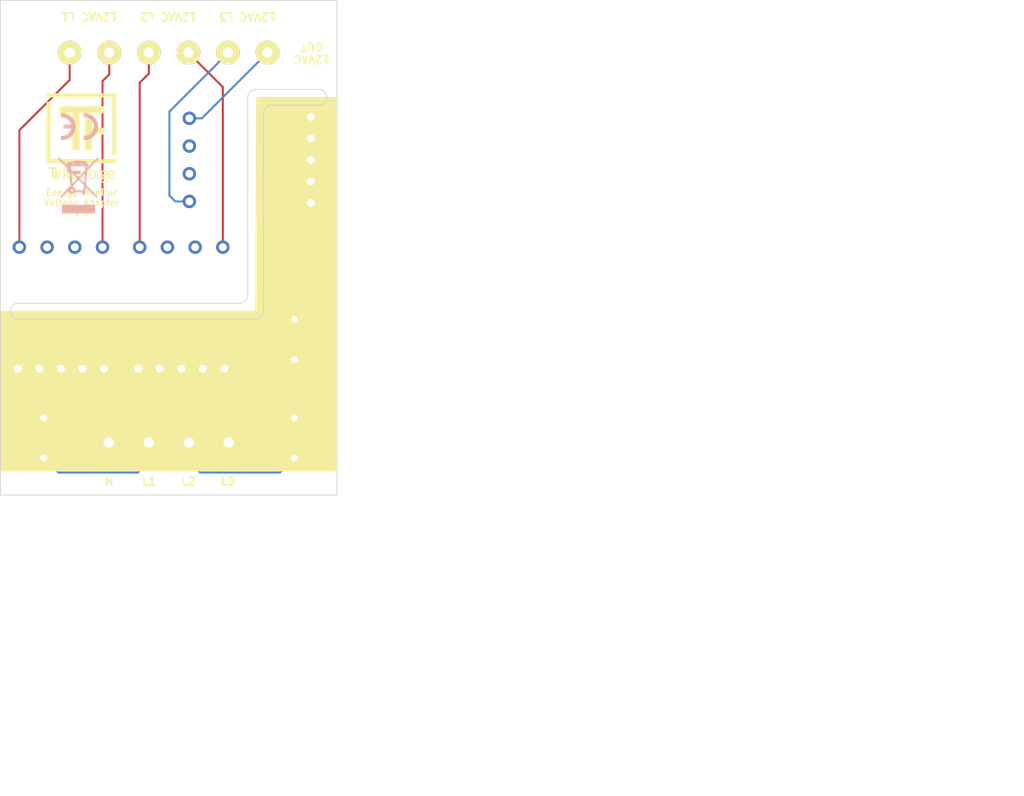
<source format=kicad_pcb>
(kicad_pcb (version 20171130) (host pcbnew 5.1.6-c6e7f7d~87~ubuntu20.04.1)

  (general
    (thickness 1.6)
    (drawings 30)
    (tracks 58)
    (zones 0)
    (modules 12)
    (nets 29)
  )

  (page A4)
  (title_block
    (title "Energy Monitor Voltage Adapter")
    (date 2020-08-05)
    (rev 1.0)
    (company "Tinkerforge GmbH")
    (comment 1 "Licensed under CERN OHL v.1.1")
    (comment 2 "Copyright (©) 2020, T.Schneidermann <tim@tinkerforge.com>")
  )

  (layers
    (0 F.Cu signal)
    (31 B.Cu signal)
    (32 B.Adhes user)
    (33 F.Adhes user)
    (34 B.Paste user)
    (35 F.Paste user)
    (36 B.SilkS user)
    (37 F.SilkS user)
    (38 B.Mask user)
    (39 F.Mask user)
    (40 Dwgs.User user)
    (41 Cmts.User user)
    (42 Eco1.User user)
    (43 Eco2.User user)
    (44 Edge.Cuts user)
    (45 Margin user)
    (46 B.CrtYd user)
    (47 F.CrtYd user)
    (48 B.Fab user)
    (49 F.Fab user)
  )

  (setup
    (last_trace_width 0.15)
    (user_trace_width 0.15)
    (user_trace_width 0.2)
    (user_trace_width 0.25)
    (user_trace_width 0.3)
    (user_trace_width 0.49)
    (user_trace_width 0.5)
    (user_trace_width 0.7)
    (user_trace_width 1)
    (trace_clearance 1)
    (zone_clearance 0)
    (zone_45_only no)
    (trace_min 0.15)
    (via_size 0.55)
    (via_drill 0.25)
    (via_min_size 0.5)
    (via_min_drill 0.25)
    (user_via 0.55 0.25)
    (uvia_size 0.3)
    (uvia_drill 0.1)
    (uvias_allowed no)
    (uvia_min_size 0.2)
    (uvia_min_drill 0.1)
    (edge_width 0.09906)
    (segment_width 1)
    (pcb_text_width 0.3048)
    (pcb_text_size 1.524 2.032)
    (mod_edge_width 0.381)
    (mod_text_size 1.524 1.524)
    (mod_text_width 0.3048)
    (pad_size 1.00076 1.00076)
    (pad_drill 0)
    (pad_to_mask_clearance 0)
    (aux_axis_origin 160.25 88.4)
    (grid_origin 160.25 88.4)
    (visible_elements FFFFFFFF)
    (pcbplotparams
      (layerselection 0x00044_fffffffe)
      (usegerberextensions true)
      (usegerberattributes false)
      (usegerberadvancedattributes false)
      (creategerberjobfile false)
      (excludeedgelayer true)
      (linewidth 0.050000)
      (plotframeref false)
      (viasonmask false)
      (mode 1)
      (useauxorigin false)
      (hpglpennumber 1)
      (hpglpenspeed 20)
      (hpglpendiameter 15.000000)
      (psnegative false)
      (psa4output false)
      (plotreference false)
      (plotvalue false)
      (plotinvisibletext false)
      (padsonsilk false)
      (subtractmaskfromsilk true)
      (outputformat 1)
      (mirror false)
      (drillshape 0)
      (scaleselection 1)
      (outputdirectory "pcb/"))
  )

  (net 0 "")
  (net 1 "Net-(F1-Pad1)")
  (net 2 "Net-(F1-Pad2)")
  (net 3 "Net-(F2-Pad2)")
  (net 4 "Net-(F2-Pad1)")
  (net 5 "Net-(F3-Pad1)")
  (net 6 "Net-(F3-Pad2)")
  (net 7 "Net-(P1-Pad1)")
  (net 8 "Net-(P3-Pad1)")
  (net 9 "Net-(P3-Pad2)")
  (net 10 "Net-(P3-Pad3)")
  (net 11 "Net-(P4-Pad3)")
  (net 12 "Net-(P4-Pad2)")
  (net 13 "Net-(P4-Pad1)")
  (net 14 "Net-(U1-Pad2)")
  (net 15 "Net-(U1-Pad3)")
  (net 16 "Net-(U1-Pad4)")
  (net 17 "Net-(U1-Pad7)")
  (net 18 "Net-(U1-Pad8)")
  (net 19 "Net-(U2-Pad8)")
  (net 20 "Net-(U2-Pad7)")
  (net 21 "Net-(U2-Pad4)")
  (net 22 "Net-(U2-Pad3)")
  (net 23 "Net-(U2-Pad2)")
  (net 24 "Net-(U3-Pad2)")
  (net 25 "Net-(U3-Pad3)")
  (net 26 "Net-(U3-Pad4)")
  (net 27 "Net-(U3-Pad7)")
  (net 28 "Net-(U3-Pad8)")

  (net_class Default "This is the default net class."
    (clearance 1)
    (trace_width 0.15)
    (via_dia 0.55)
    (via_drill 0.25)
    (uvia_dia 0.3)
    (uvia_drill 0.1)
    (add_net "Net-(F1-Pad1)")
    (add_net "Net-(F1-Pad2)")
    (add_net "Net-(F2-Pad1)")
    (add_net "Net-(F2-Pad2)")
    (add_net "Net-(F3-Pad1)")
    (add_net "Net-(F3-Pad2)")
    (add_net "Net-(P1-Pad1)")
    (add_net "Net-(P3-Pad1)")
    (add_net "Net-(P3-Pad2)")
    (add_net "Net-(P3-Pad3)")
    (add_net "Net-(P4-Pad1)")
    (add_net "Net-(P4-Pad2)")
    (add_net "Net-(P4-Pad3)")
    (add_net "Net-(U1-Pad2)")
    (add_net "Net-(U1-Pad3)")
    (add_net "Net-(U1-Pad4)")
    (add_net "Net-(U1-Pad7)")
    (add_net "Net-(U1-Pad8)")
    (add_net "Net-(U2-Pad2)")
    (add_net "Net-(U2-Pad3)")
    (add_net "Net-(U2-Pad4)")
    (add_net "Net-(U2-Pad7)")
    (add_net "Net-(U2-Pad8)")
    (add_net "Net-(U3-Pad2)")
    (add_net "Net-(U3-Pad3)")
    (add_net "Net-(U3-Pad4)")
    (add_net "Net-(U3-Pad7)")
    (add_net "Net-(U3-Pad8)")
  )

  (module kicad-libraries:WEEE_7mm (layer B.Cu) (tedit 5922FFAE) (tstamp 5F2B06EF)
    (at 148.85 80.5 180)
    (fp_text reference VAL (at 0 0) (layer B.SilkS) hide
      (effects (font (size 0.2 0.2) (thickness 0.05)) (justify mirror))
    )
    (fp_text value WEEE_7mm (at 0.75 0) (layer B.SilkS) hide
      (effects (font (size 0.2 0.2) (thickness 0.05)) (justify mirror))
    )
    (fp_poly (pts (xy 2.482863 3.409859) (xy 2.480804 3.376179) (xy 2.471206 3.341837) (xy 2.44964 3.301407)
      (xy 2.411675 3.249463) (xy 2.352883 3.180577) (xy 2.268835 3.089322) (xy 2.155101 2.970274)
      (xy 2.007251 2.818004) (xy 1.961444 2.771041) (xy 1.439333 2.23603) (xy 1.439333 1.978793)
      (xy 1.439333 1.721555) (xy 1.298222 1.721555) (xy 1.298222 1.994947) (xy 1.298222 2.099005)
      (xy 1.213555 2.017889) (xy 1.160676 1.962169) (xy 1.131131 1.921219) (xy 1.128889 1.913831)
      (xy 1.153434 1.897717) (xy 1.212566 1.89089) (xy 1.213555 1.890889) (xy 1.269418 1.895963)
      (xy 1.29309 1.922356) (xy 1.298206 1.986828) (xy 1.298222 1.994947) (xy 1.298222 1.721555)
      (xy 1.28539 1.721555) (xy 1.241376 1.723224) (xy 1.205837 1.724651) (xy 1.177386 1.720468)
      (xy 1.154636 1.705309) (xy 1.136199 1.673804) (xy 1.120687 1.620585) (xy 1.106713 1.540286)
      (xy 1.092889 1.427539) (xy 1.077827 1.276974) (xy 1.060141 1.083225) (xy 1.038443 0.840924)
      (xy 1.028031 0.725936) (xy 1.016 0.593851) (xy 1.016 2.342444) (xy 1.016 2.427111)
      (xy 0.964919 2.427111) (xy 0.964919 2.654131) (xy 0.96044 2.665934) (xy 0.910629 2.701752)
      (xy 0.825292 2.742703) (xy 0.723934 2.781372) (xy 0.626061 2.810345) (xy 0.551179 2.822208)
      (xy 0.549274 2.822222) (xy 0.494484 2.808563) (xy 0.479778 2.765778) (xy 0.476666 2.742735)
      (xy 0.461334 2.726991) (xy 0.424786 2.717163) (xy 0.358027 2.711867) (xy 0.252063 2.709719)
      (xy 0.239909 2.709686) (xy 0.239909 2.892647) (xy 0.233665 2.897338) (xy 0.218722 2.899226)
      (xy 0.112749 2.903792) (xy 0.007055 2.899226) (xy -0.017767 2.894178) (xy 0.007962 2.890336)
      (xy 0.078354 2.888317) (xy 0.112889 2.888155) (xy 0.197687 2.889381) (xy 0.239909 2.892647)
      (xy 0.239909 2.709686) (xy 0.112889 2.709333) (xy -0.254 2.709333) (xy -0.254 2.782537)
      (xy -0.256796 2.824575) (xy -0.274517 2.843911) (xy -0.321168 2.845575) (xy -0.402167 2.835755)
      (xy -0.502773 2.820747) (xy -0.559752 2.80431) (xy -0.585498 2.778111) (xy -0.592403 2.733815)
      (xy -0.592667 2.707668) (xy -0.592667 2.624667) (xy 0.201011 2.624667) (xy 0.434757 2.624964)
      (xy 0.617649 2.62606) (xy 0.755277 2.628256) (xy 0.853229 2.631858) (xy 0.917094 2.637169)
      (xy 0.952461 2.644492) (xy 0.964919 2.654131) (xy 0.964919 2.427111) (xy 0.026103 2.427111)
      (xy -0.874889 2.427111) (xy -0.874889 2.652889) (xy -0.884518 2.680377) (xy -0.887335 2.681111)
      (xy -0.91143 2.661335) (xy -0.917222 2.652889) (xy -0.914985 2.626883) (xy -0.904777 2.624667)
      (xy -0.876038 2.645153) (xy -0.874889 2.652889) (xy -0.874889 2.427111) (xy -0.963793 2.427111)
      (xy -0.943537 2.166055) (xy -0.938094 2.087369) (xy -0.932714 2.024235) (xy -0.92321 1.970393)
      (xy -0.905395 1.919583) (xy -0.875081 1.865545) (xy -0.828081 1.802019) (xy -0.760208 1.722746)
      (xy -0.667273 1.621464) (xy -0.54509 1.491915) (xy -0.389471 1.327837) (xy -0.366889 1.303985)
      (xy -0.042333 0.961041) (xy 0.205281 1.207243) (xy 0.452896 1.453444) (xy 0.099448 1.461343)
      (xy -0.254 1.469242) (xy -0.254 1.623621) (xy -0.254 1.778) (xy 0.183444 1.778)
      (xy 0.620889 1.778) (xy 0.620889 1.701353) (xy 0.622969 1.664993) (xy 0.634687 1.65375)
      (xy 0.664256 1.671682) (xy 0.719893 1.722845) (xy 0.776111 1.778) (xy 0.854414 1.857186)
      (xy 0.900636 1.914327) (xy 0.92323 1.966659) (xy 0.930646 2.031417) (xy 0.931333 2.094536)
      (xy 0.934803 2.190842) (xy 0.947055 2.241675) (xy 0.97085 2.257681) (xy 0.973667 2.257778)
      (xy 1.007275 2.28302) (xy 1.016 2.342444) (xy 1.016 0.593851) (xy 0.954054 -0.086239)
      (xy 1.34486 -0.498024) (xy 1.555216 -0.719617) (xy 1.729916 -0.903769) (xy 1.872041 -1.054091)
      (xy 1.984676 -1.174196) (xy 2.070901 -1.267694) (xy 2.133801 -1.338196) (xy 2.176457 -1.389314)
      (xy 2.201952 -1.424658) (xy 2.21337 -1.447841) (xy 2.213792 -1.462473) (xy 2.206301 -1.472165)
      (xy 2.19398 -1.480529) (xy 2.187398 -1.485028) (xy 2.139541 -1.515553) (xy 2.118022 -1.524)
      (xy 2.094879 -1.504317) (xy 2.039069 -1.449218) (xy 1.956356 -1.364626) (xy 1.852504 -1.256463)
      (xy 1.733278 -1.130652) (xy 1.678916 -1.072812) (xy 1.255889 -0.621625) (xy 1.239947 -0.712979)
      (xy 1.197516 -0.849251) (xy 1.119827 -0.950313) (xy 1.079557 -0.982306) (xy 1.017977 -1.011638)
      (xy 1.017977 -0.632978) (xy 0.995676 -0.556992) (xy 0.945013 -0.49721) (xy 0.945013 1.715394)
      (xy 0.94482 1.716067) (xy 0.923395 1.700567) (xy 0.870211 1.651048) (xy 0.792165 1.57462)
      (xy 0.696154 1.478392) (xy 0.589075 1.369476) (xy 0.477826 1.254981) (xy 0.369303 1.142017)
      (xy 0.270405 1.037695) (xy 0.188029 0.949124) (xy 0.129071 0.883415) (xy 0.100429 0.847678)
      (xy 0.098778 0.843916) (xy 0.117043 0.81413) (xy 0.166773 0.753937) (xy 0.240369 0.67125)
      (xy 0.330231 0.573984) (xy 0.42876 0.470051) (xy 0.528358 0.367365) (xy 0.621424 0.273839)
      (xy 0.70036 0.197387) (xy 0.757566 0.145921) (xy 0.785443 0.127355) (xy 0.786505 0.12776)
      (xy 0.793707 0.159396) (xy 0.805121 0.239895) (xy 0.819901 0.361901) (xy 0.837205 0.51806)
      (xy 0.856186 0.701015) (xy 0.876002 0.903411) (xy 0.878183 0.926402) (xy 0.897143 1.129855)
      (xy 0.913788 1.314176) (xy 0.927509 1.472128) (xy 0.937694 1.596473) (xy 0.943732 1.679974)
      (xy 0.945013 1.715394) (xy 0.945013 -0.49721) (xy 0.944024 -0.496043) (xy 0.871243 -0.460602)
      (xy 0.785555 -0.461141) (xy 0.764432 -0.470982) (xy 0.764432 -0.168896) (xy 0.745079 -0.120107)
      (xy 0.697438 -0.051745) (xy 0.618576 0.041481) (xy 0.505557 0.164861) (xy 0.374559 0.303585)
      (xy -0.041854 0.741711) (xy -0.132242 0.647751) (xy -0.132242 0.841738) (xy -0.508984 1.238599)
      (xy -0.625421 1.36067) (xy -0.727784 1.466874) (xy -0.810087 1.55109) (xy -0.866341 1.607198)
      (xy -0.89056 1.629078) (xy -0.891025 1.629119) (xy -0.890844 1.599805) (xy -0.886195 1.523686)
      (xy -0.877886 1.410152) (xy -0.866727 1.268597) (xy -0.853528 1.108412) (xy -0.839099 0.938988)
      (xy -0.824249 0.769717) (xy -0.809789 0.60999) (xy -0.796527 0.4692) (xy -0.785274 0.356738)
      (xy -0.776839 0.281995) (xy -0.772591 0.25543) (xy -0.74805 0.256656) (xy -0.687291 0.300651)
      (xy -0.590212 0.387499) (xy -0.456711 0.517286) (xy -0.445848 0.528132) (xy -0.132242 0.841738)
      (xy -0.132242 0.647751) (xy -0.403136 0.366149) (xy -0.532757 0.230252) (xy -0.62722 0.127772)
      (xy -0.691435 0.052372) (xy -0.730313 -0.002286) (xy -0.748765 -0.04254) (xy -0.751699 -0.074729)
      (xy -0.750572 -0.082317) (xy -0.742402 -0.14269) (xy -0.732359 -0.241951) (xy -0.722136 -0.362656)
      (xy -0.718145 -0.416278) (xy -0.699563 -0.677333) (xy -0.138115 -0.677333) (xy 0.423333 -0.677333)
      (xy 0.423333 -0.584835) (xy 0.449981 -0.463491) (xy 0.523642 -0.355175) (xy 0.63489 -0.272054)
      (xy 0.682126 -0.250719) (xy 0.73002 -0.228911) (xy 0.758434 -0.2034) (xy 0.764432 -0.168896)
      (xy 0.764432 -0.470982) (xy 0.711835 -0.495489) (xy 0.659024 -0.562819) (xy 0.647539 -0.649049)
      (xy 0.676635 -0.735445) (xy 0.723473 -0.788174) (xy 0.784468 -0.828555) (xy 0.830825 -0.846601)
      (xy 0.832555 -0.846667) (xy 0.877213 -0.830394) (xy 0.938072 -0.790949) (xy 0.941638 -0.788174)
      (xy 1.002705 -0.713529) (xy 1.017977 -0.632978) (xy 1.017977 -1.011638) (xy 0.949842 -1.044093)
      (xy 0.810166 -1.060981) (xy 0.675259 -1.034339) (xy 0.559855 -0.965538) (xy 0.525993 -0.9308)
      (xy 0.455199 -0.846667) (xy -0.0264 -0.846667) (xy -0.508 -0.846667) (xy -0.508 -0.959556)
      (xy -0.508 -1.072445) (xy -0.649111 -1.072445) (xy -0.790222 -1.072445) (xy -0.790222 -0.975954)
      (xy -0.803072 -0.881747) (xy -0.831861 -0.799565) (xy -0.85235 -0.735143) (xy -0.871496 -0.630455)
      (xy -0.886633 -0.501661) (xy -0.8916 -0.437445) (xy -0.909702 -0.155222) (xy -1.596125 -0.853722)
      (xy -1.756866 -1.017004) (xy -1.904817 -1.166738) (xy -2.035402 -1.29834) (xy -2.144049 -1.407222)
      (xy -2.226183 -1.4888) (xy -2.277232 -1.538486) (xy -2.292741 -1.552222) (xy -2.318618 -1.535182)
      (xy -2.3368 -1.518356) (xy -2.366614 -1.474736) (xy -2.370667 -1.458297) (xy -2.351653 -1.432751)
      (xy -2.297528 -1.371534) (xy -2.212667 -1.27931) (xy -2.101445 -1.160741) (xy -1.968236 -1.020491)
      (xy -1.817416 -0.863223) (xy -1.653359 -0.693601) (xy -1.649999 -0.690141) (xy -0.929331 0.051823)
      (xy -1.000888 0.874398) (xy -1.019193 1.08713) (xy -1.035769 1.284177) (xy -1.049992 1.457782)
      (xy -1.061239 1.600189) (xy -1.068889 1.70364) (xy -1.072318 1.760379) (xy -1.072445 1.765937)
      (xy -1.083169 1.796856) (xy -1.117145 1.848518) (xy -1.177081 1.924038) (xy -1.265681 2.026535)
      (xy -1.385653 2.159123) (xy -1.539703 2.324921) (xy -1.730537 2.527044) (xy -1.763174 2.561396)
      (xy -1.94576 2.753708) (xy -2.093058 2.909847) (xy -2.208848 3.034377) (xy -2.296909 3.131865)
      (xy -2.361021 3.206878) (xy -2.404962 3.263981) (xy -2.432513 3.30774) (xy -2.447452 3.342721)
      (xy -2.453559 3.373491) (xy -2.454619 3.396775) (xy -2.455333 3.505661) (xy -2.136329 3.170998)
      (xy -2.000627 3.028421) (xy -1.842494 2.861938) (xy -1.678217 2.688716) (xy -1.524082 2.52592)
      (xy -1.466152 2.46464) (xy -1.354055 2.346541) (xy -1.256193 2.244484) (xy -1.178749 2.164831)
      (xy -1.127907 2.113947) (xy -1.109886 2.09804) (xy -1.109577 2.126426) (xy -1.113821 2.195386)
      (xy -1.12076 2.279234) (xy -1.130834 2.37523) (xy -1.143684 2.427922) (xy -1.166434 2.45028)
      (xy -1.206208 2.455276) (xy -1.217475 2.455333) (xy -1.274769 2.462802) (xy -1.295863 2.497097)
      (xy -1.298222 2.54) (xy -1.290268 2.600887) (xy -1.25796 2.622991) (xy -1.232974 2.624667)
      (xy -1.165809 2.649307) (xy -1.106569 2.707387) (xy -1.038059 2.780849) (xy -0.96015 2.840472)
      (xy -0.90268 2.886543) (xy -0.87527 2.932359) (xy -0.874889 2.936944) (xy -0.866717 2.958171)
      (xy -0.836053 2.973488) (xy -0.773676 2.98482) (xy -0.670366 2.994091) (xy -0.571902 3.000209)
      (xy -0.444753 3.009947) (xy -0.342774 3.022633) (xy -0.277341 3.036575) (xy -0.259106 3.046795)
      (xy -0.227621 3.061127) (xy -0.152899 3.071083) (xy -0.047962 3.076818) (xy 0.074164 3.078489)
      (xy 0.200456 3.076251) (xy 0.31789 3.07026) (xy 0.41344 3.060673) (xy 0.474084 3.047645)
      (xy 0.488466 3.037844) (xy 0.523084 3.012128) (xy 0.59531 2.989452) (xy 0.645346 2.980608)
      (xy 0.752526 2.955733) (xy 0.873538 2.912358) (xy 0.942299 2.880321) (xy 1.046225 2.831835)
      (xy 1.128071 2.811654) (xy 1.210866 2.814154) (xy 1.212404 2.814358) (xy 1.324381 2.811082)
      (xy 1.398504 2.765955) (xy 1.435053 2.678737) (xy 1.439333 2.621893) (xy 1.416263 2.519845)
      (xy 1.351912 2.452433) (xy 1.25357 2.427141) (xy 1.249609 2.427111) (xy 1.20332 2.41653)
      (xy 1.186549 2.373932) (xy 1.185333 2.342444) (xy 1.192841 2.282987) (xy 1.210931 2.257784)
      (xy 1.211244 2.257778) (xy 1.236778 2.277108) (xy 1.296879 2.331881) (xy 1.386564 2.417269)
      (xy 1.500846 2.528446) (xy 1.634743 2.660585) (xy 1.783269 2.808858) (xy 1.859662 2.885722)
      (xy 2.48217 3.513666) (xy 2.482863 3.409859)) (layer B.SilkS) (width 0.1))
    (fp_poly (pts (xy 2.032 -3.527778) (xy -0.014111 -3.527778) (xy -2.060222 -3.527778) (xy -2.060222 -3.019778)
      (xy -2.060222 -2.511778) (xy -0.014111 -2.511778) (xy 2.032 -2.511778) (xy 2.032 -3.019778)
      (xy 2.032 -3.527778)) (layer B.SilkS) (width 0.1))
  )

  (module kicad-libraries:CE_5mm (layer B.Cu) (tedit 5922FFD4) (tstamp 5F2B0632)
    (at 148.95 73.1 180)
    (fp_text reference VAL (at 0 0) (layer B.SilkS) hide
      (effects (font (size 0.2 0.2) (thickness 0.05)) (justify mirror))
    )
    (fp_text value CE_5mm (at 0 0) (layer B.SilkS) hide
      (effects (font (size 0.2 0.2) (thickness 0.05)) (justify mirror))
    )
    (fp_poly (pts (xy 2.3114 -1.67132) (xy 2.30124 -1.67132) (xy 2.28854 -1.67386) (xy 2.26822 -1.6764)
      (xy 2.24282 -1.6764) (xy 2.21742 -1.67894) (xy 2.18694 -1.67894) (xy 2.15646 -1.67894)
      (xy 2.12852 -1.67894) (xy 2.10058 -1.67894) (xy 2.07518 -1.67894) (xy 2.05232 -1.67894)
      (xy 2.04978 -1.67894) (xy 1.96088 -1.67132) (xy 1.87706 -1.66116) (xy 1.79578 -1.64592)
      (xy 1.7145 -1.6256) (xy 1.65862 -1.61036) (xy 1.55956 -1.57988) (xy 1.46304 -1.53924)
      (xy 1.36906 -1.49606) (xy 1.27762 -1.44526) (xy 1.18872 -1.38938) (xy 1.1049 -1.32588)
      (xy 1.02362 -1.25984) (xy 0.94742 -1.18872) (xy 0.8763 -1.11252) (xy 0.81026 -1.03378)
      (xy 0.762 -0.96774) (xy 0.70358 -0.87884) (xy 0.65024 -0.78994) (xy 0.60452 -0.69596)
      (xy 0.56642 -0.60198) (xy 0.53086 -0.50546) (xy 0.50546 -0.4064) (xy 0.4826 -0.30734)
      (xy 0.46736 -0.20828) (xy 0.4572 -0.10668) (xy 0.45466 -0.00508) (xy 0.4572 0.09398)
      (xy 0.46482 0.19558) (xy 0.48006 0.29464) (xy 0.50038 0.39624) (xy 0.52832 0.49276)
      (xy 0.56134 0.58928) (xy 0.59944 0.68326) (xy 0.64516 0.77724) (xy 0.69596 0.86868)
      (xy 0.75184 0.95504) (xy 0.79248 1.01092) (xy 0.85852 1.0922) (xy 0.9271 1.1684)
      (xy 1.0033 1.24206) (xy 1.08204 1.31064) (xy 1.16332 1.3716) (xy 1.24968 1.42748)
      (xy 1.33858 1.48082) (xy 1.43256 1.52654) (xy 1.52654 1.56718) (xy 1.6256 1.6002)
      (xy 1.72466 1.62814) (xy 1.82626 1.651) (xy 1.9304 1.66878) (xy 2.03454 1.6764)
      (xy 2.13614 1.68148) (xy 2.15392 1.68148) (xy 2.17424 1.67894) (xy 2.19964 1.67894)
      (xy 2.2225 1.67894) (xy 2.24536 1.6764) (xy 2.26568 1.67386) (xy 2.28346 1.67386)
      (xy 2.29616 1.67132) (xy 2.2987 1.67132) (xy 2.30886 1.67132) (xy 2.30886 1.40208)
      (xy 2.30886 1.13538) (xy 2.29108 1.13792) (xy 2.2352 1.143) (xy 2.17678 1.14554)
      (xy 2.11836 1.14554) (xy 2.06248 1.143) (xy 2.00914 1.13792) (xy 2.0066 1.13792)
      (xy 1.9177 1.12268) (xy 1.83134 1.10236) (xy 1.74752 1.07442) (xy 1.66878 1.0414)
      (xy 1.59004 1.0033) (xy 1.51638 0.95758) (xy 1.44526 0.90932) (xy 1.37668 0.85344)
      (xy 1.31318 0.79248) (xy 1.25476 0.72644) (xy 1.21158 0.67056) (xy 1.16586 0.60452)
      (xy 1.12268 0.53086) (xy 1.08712 0.4572) (xy 1.0541 0.37592) (xy 1.03378 0.31242)
      (xy 1.0287 0.29464) (xy 1.02616 0.28194) (xy 1.02362 0.27178) (xy 1.02108 0.2667)
      (xy 1.02362 0.2667) (xy 1.0287 0.26416) (xy 1.03378 0.26416) (xy 1.04394 0.26416)
      (xy 1.0541 0.26416) (xy 1.06934 0.26416) (xy 1.08712 0.26416) (xy 1.10998 0.26416)
      (xy 1.13538 0.26162) (xy 1.16586 0.26162) (xy 1.20142 0.26162) (xy 1.23952 0.26162)
      (xy 1.28524 0.26162) (xy 1.33604 0.26162) (xy 1.39192 0.26162) (xy 1.45542 0.26162)
      (xy 1.49352 0.26162) (xy 1.96596 0.26162) (xy 1.96596 0.01016) (xy 1.96596 -0.2413)
      (xy 1.48844 -0.24384) (xy 1.00838 -0.24384) (xy 1.02362 -0.29972) (xy 1.03632 -0.35052)
      (xy 1.05156 -0.39624) (xy 1.06934 -0.43942) (xy 1.08712 -0.48514) (xy 1.10998 -0.53086)
      (xy 1.11506 -0.54102) (xy 1.1557 -0.61722) (xy 1.20396 -0.68834) (xy 1.2573 -0.75692)
      (xy 1.31572 -0.82296) (xy 1.37922 -0.88138) (xy 1.44526 -0.93726) (xy 1.48082 -0.96266)
      (xy 1.55448 -1.01092) (xy 1.63068 -1.05156) (xy 1.70942 -1.08712) (xy 1.7907 -1.1176)
      (xy 1.87706 -1.143) (xy 1.96596 -1.16078) (xy 1.98374 -1.16332) (xy 2.01168 -1.16586)
      (xy 2.04216 -1.1684) (xy 2.07518 -1.17094) (xy 2.11074 -1.17094) (xy 2.1463 -1.17348)
      (xy 2.18186 -1.17348) (xy 2.21742 -1.17094) (xy 2.2479 -1.17094) (xy 2.27584 -1.1684)
      (xy 2.2987 -1.16586) (xy 2.30378 -1.16332) (xy 2.3114 -1.16332) (xy 2.3114 -1.41732)
      (xy 2.3114 -1.67132)) (layer B.SilkS) (width 0.00254))
    (fp_poly (pts (xy -0.55372 -1.67132) (xy -0.5715 -1.67386) (xy -0.57912 -1.6764) (xy -0.59436 -1.6764)
      (xy -0.61214 -1.6764) (xy -0.635 -1.6764) (xy -0.65786 -1.67894) (xy -0.68326 -1.67894)
      (xy -0.70866 -1.67894) (xy -0.73406 -1.67894) (xy -0.75692 -1.67894) (xy -0.7747 -1.67894)
      (xy -0.7874 -1.67894) (xy -0.79756 -1.67894) (xy -0.80518 -1.67894) (xy -0.82042 -1.6764)
      (xy -0.83566 -1.6764) (xy -0.85598 -1.67386) (xy -0.95758 -1.66116) (xy -1.05664 -1.64338)
      (xy -1.15824 -1.62052) (xy -1.2573 -1.59004) (xy -1.35382 -1.55194) (xy -1.40462 -1.53162)
      (xy -1.49606 -1.4859) (xy -1.58496 -1.4351) (xy -1.67386 -1.37922) (xy -1.75514 -1.31826)
      (xy -1.83642 -1.24968) (xy -1.91008 -1.17856) (xy -1.9812 -1.10236) (xy -2.04724 -1.02108)
      (xy -2.1082 -0.93726) (xy -2.14884 -0.87376) (xy -2.18694 -0.80772) (xy -2.2225 -0.7366)
      (xy -2.25552 -0.66548) (xy -2.286 -0.59436) (xy -2.30886 -0.52324) (xy -2.3114 -0.51562)
      (xy -2.34188 -0.41402) (xy -2.36474 -0.30988) (xy -2.37998 -0.20574) (xy -2.39014 -0.09906)
      (xy -2.39268 0.00508) (xy -2.39014 0.11176) (xy -2.37998 0.2159) (xy -2.36474 0.31496)
      (xy -2.34188 0.41402) (xy -2.3114 0.51308) (xy -2.27838 0.6096) (xy -2.23774 0.70612)
      (xy -2.19202 0.79756) (xy -2.14122 0.88646) (xy -2.10566 0.9398) (xy -2.0447 1.02362)
      (xy -1.97866 1.1049) (xy -1.90754 1.1811) (xy -1.83388 1.25222) (xy -1.7526 1.31826)
      (xy -1.66878 1.38176) (xy -1.58242 1.43764) (xy -1.49098 1.48844) (xy -1.397 1.53416)
      (xy -1.30048 1.5748) (xy -1.20142 1.60782) (xy -1.19888 1.60782) (xy -1.10998 1.63322)
      (xy -1.016 1.651) (xy -0.92202 1.66624) (xy -0.8255 1.6764) (xy -0.73152 1.67894)
      (xy -0.64008 1.67894) (xy -0.58166 1.67386) (xy -0.55372 1.67386) (xy -0.55372 1.4097)
      (xy -0.55372 1.14808) (xy -0.56134 1.15062) (xy -0.57658 1.15316) (xy -0.5969 1.1557)
      (xy -0.6223 1.15824) (xy -0.65024 1.15824) (xy -0.68072 1.15824) (xy -0.71374 1.15824)
      (xy -0.74676 1.15824) (xy -0.77724 1.15824) (xy -0.80772 1.1557) (xy -0.83312 1.15316)
      (xy -0.8509 1.15062) (xy -0.9398 1.13538) (xy -1.02616 1.11506) (xy -1.10998 1.08712)
      (xy -1.19126 1.0541) (xy -1.27 1.01346) (xy -1.34366 0.97028) (xy -1.41478 0.91948)
      (xy -1.48336 0.86106) (xy -1.524 0.82296) (xy -1.58496 0.75692) (xy -1.64084 0.68834)
      (xy -1.6891 0.61468) (xy -1.73228 0.54102) (xy -1.77038 0.46228) (xy -1.8034 0.381)
      (xy -1.8288 0.29718) (xy -1.84658 0.21082) (xy -1.85928 0.12192) (xy -1.86182 0.09906)
      (xy -1.86436 0.0762) (xy -1.86436 0.04572) (xy -1.86436 0.0127) (xy -1.86436 -0.02286)
      (xy -1.86436 -0.05842) (xy -1.86182 -0.09144) (xy -1.85928 -0.12192) (xy -1.85674 -0.14986)
      (xy -1.85674 -0.16256) (xy -1.8415 -0.24384) (xy -1.82118 -0.32258) (xy -1.79578 -0.39878)
      (xy -1.7653 -0.47498) (xy -1.75006 -0.50292) (xy -1.71196 -0.57658) (xy -1.67132 -0.64516)
      (xy -1.62306 -0.70866) (xy -1.57226 -0.77216) (xy -1.524 -0.82296) (xy -1.4605 -0.88138)
      (xy -1.39192 -0.93726) (xy -1.31826 -0.98552) (xy -1.2446 -1.0287) (xy -1.16332 -1.0668)
      (xy -1.08204 -1.09728) (xy -0.99822 -1.12268) (xy -0.90932 -1.143) (xy -0.87122 -1.14808)
      (xy -0.85344 -1.15062) (xy -0.8382 -1.15316) (xy -0.8255 -1.1557) (xy -0.81026 -1.1557)
      (xy -0.79502 -1.1557) (xy -0.77724 -1.15824) (xy -0.75692 -1.15824) (xy -0.72898 -1.15824)
      (xy -0.70612 -1.15824) (xy -0.67818 -1.15824) (xy -0.65278 -1.15824) (xy -0.62738 -1.1557)
      (xy -0.60706 -1.1557) (xy -0.59182 -1.1557) (xy -0.57912 -1.15316) (xy -0.56642 -1.15316)
      (xy -0.5588 -1.15062) (xy -0.55626 -1.15062) (xy -0.55626 -1.15316) (xy -0.55626 -1.16332)
      (xy -0.55626 -1.17856) (xy -0.55626 -1.19888) (xy -0.55626 -1.22428) (xy -0.55372 -1.25476)
      (xy -0.55372 -1.28778) (xy -0.55372 -1.32334) (xy -0.55372 -1.36144) (xy -0.55372 -1.40208)
      (xy -0.55372 -1.41224) (xy -0.55372 -1.67132)) (layer B.SilkS) (width 0.00254))
  )

  (module kicad-libraries:Fuse-MRF (layer F.Cu) (tedit 5F2AC1FD) (tstamp 5F2ADD6A)
    (at 144.45 112.4 90)
    (path /5F30F455)
    (fp_text reference F1 (at 0 0.5 90) (layer F.Fab)
      (effects (font (size 1 1) (thickness 0.15)))
    )
    (fp_text value "MRF 50mA T" (at 0 -0.5 90) (layer F.Fab)
      (effects (font (size 1 1) (thickness 0.15)))
    )
    (fp_circle (center 0 0) (end 4.25 0) (layer F.Fab) (width 0.12))
    (pad 2 thru_hole circle (at 2.54 0 90) (size 1.5 1.5) (drill 0.85) (layers *.Cu *.Mask)
      (net 2 "Net-(F1-Pad2)"))
    (pad 1 thru_hole circle (at -2.54 0 90) (size 1.5 1.5) (drill 0.85) (layers *.Cu *.Mask)
      (net 1 "Net-(F1-Pad1)"))
    (model ${KICAD_SYMBOL_DIR}/3d/Fuses/MRF.wrl
      (at (xyz 0 0 0))
      (scale (xyz 1 1 1))
      (rotate (xyz 0 0 0))
    )
  )

  (module kicad-libraries:Fuse-MRF (layer F.Cu) (tedit 5F2AC1FD) (tstamp 5F2ADD71)
    (at 176.15 112.4 90)
    (path /5F30EBA3)
    (fp_text reference F2 (at 0 0.5 90) (layer F.Fab)
      (effects (font (size 1 1) (thickness 0.15)))
    )
    (fp_text value "MRF 50mA T" (at 0 -0.5 90) (layer F.Fab)
      (effects (font (size 1 1) (thickness 0.15)))
    )
    (fp_circle (center 0 0) (end 4.25 0) (layer F.Fab) (width 0.12))
    (pad 2 thru_hole circle (at 2.54 0 90) (size 1.5 1.5) (drill 0.85) (layers *.Cu *.Mask)
      (net 3 "Net-(F2-Pad2)"))
    (pad 1 thru_hole circle (at -2.54 0 90) (size 1.5 1.5) (drill 0.85) (layers *.Cu *.Mask)
      (net 4 "Net-(F2-Pad1)"))
    (model ${KICAD_SYMBOL_DIR}/3d/Fuses/MRF.wrl
      (at (xyz 0 0 0))
      (scale (xyz 1 1 1))
      (rotate (xyz 0 0 0))
    )
  )

  (module kicad-libraries:Fuse-MRF (layer F.Cu) (tedit 5F2AC1FD) (tstamp 5F2ADD78)
    (at 176.15 100 90)
    (path /5F30D783)
    (fp_text reference F3 (at 0 0.5 90) (layer F.Fab)
      (effects (font (size 1 1) (thickness 0.15)))
    )
    (fp_text value "MRF 50mA T" (at 0 -0.5 90) (layer F.Fab)
      (effects (font (size 1 1) (thickness 0.15)))
    )
    (fp_circle (center 0 0) (end 4.25 0) (layer F.Fab) (width 0.12))
    (pad 2 thru_hole circle (at 2.54 0 90) (size 1.5 1.5) (drill 0.85) (layers *.Cu *.Mask)
      (net 6 "Net-(F3-Pad2)"))
    (pad 1 thru_hole circle (at -2.54 0 90) (size 1.5 1.5) (drill 0.85) (layers *.Cu *.Mask)
      (net 5 "Net-(F3-Pad1)"))
    (model ${KICAD_SYMBOL_DIR}/3d/Fuses/MRF.wrl
      (at (xyz 0 0 0))
      (scale (xyz 1 1 1))
      (rotate (xyz 0 0 0))
    )
  )

  (module kicad-libraries:Logo_TF_10x12 (layer F.Cu) (tedit 0) (tstamp 5F2AECB0)
    (at 149.25 74.4)
    (fp_text reference G*** (at 0 0) (layer F.SilkS) hide
      (effects (font (size 1.524 1.524) (thickness 0.3)))
    )
    (fp_text value LOGO (at 0.75 0) (layer F.SilkS) hide
      (effects (font (size 1.524 1.524) (thickness 0.3)))
    )
    (fp_poly (pts (xy 1.330036 -1.149928) (xy 2.784763 -1.149928) (xy 2.784763 -0.300211) (xy 1.332345 -0.297873)
      (xy 1.330015 1.704109) (xy 0.397163 1.704109) (xy 0.397163 -2.322946) (xy 1.330036 -2.322946)
      (xy 1.330036 -1.149928)) (layer F.SilkS) (width 0.01))
    (fp_poly (pts (xy 2.784763 -2.974109) (xy -0.240146 -2.974109) (xy -0.240146 1.704109) (xy -1.173018 1.704109)
      (xy -1.173018 -2.974109) (xy -2.798618 -2.974109) (xy -2.798618 -3.879273) (xy 2.784763 -3.879273)
      (xy 2.784763 -2.974109)) (layer F.SilkS) (width 0.01))
    (fp_poly (pts (xy 4.4196 2.272145) (xy 3.888509 2.272145) (xy 3.888509 -4.983019) (xy -4.433455 -4.983019)
      (xy -4.433455 -5.514109) (xy 4.4196 -5.514109) (xy 4.4196 2.272145)) (layer F.SilkS) (width 0.01))
    (fp_poly (pts (xy -3.902364 2.807854) (xy 4.4196 2.807854) (xy 4.4196 3.338945) (xy -4.433455 3.338945)
      (xy -4.433455 -4.447309) (xy -3.902364 -4.447309) (xy -3.902364 2.807854)) (layer F.SilkS) (width 0.01))
    (fp_poly (pts (xy 1.020618 3.9624) (xy 0.133927 3.9624) (xy 0.133927 3.81) (xy 1.020618 3.81)
      (xy 1.020618 3.9624)) (layer F.SilkS) (width 0.01))
    (fp_poly (pts (xy -2.036618 4.144818) (xy -2.036648 4.201409) (xy -2.036732 4.255246) (xy -2.036866 4.305626)
      (xy -2.037047 4.351846) (xy -2.037269 4.393204) (xy -2.037528 4.428998) (xy -2.037819 4.458526)
      (xy -2.038139 4.481085) (xy -2.038481 4.495973) (xy -2.038843 4.502487) (xy -2.038928 4.502727)
      (xy -2.040743 4.4988) (xy -2.041265 4.492336) (xy -2.043002 4.479198) (xy -2.047708 4.459664)
      (xy -2.054702 4.435822) (xy -2.063305 4.409761) (xy -2.072835 4.383569) (xy -2.082614 4.359335)
      (xy -2.089652 4.3438) (xy -2.119636 4.29057) (xy -2.154611 4.244914) (xy -2.194968 4.206393)
      (xy -2.2411 4.174572) (xy -2.241564 4.174302) (xy -2.276451 4.154054) (xy -2.276607 3.970481)
      (xy -2.276764 3.786909) (xy -2.036618 3.786909) (xy -2.036618 4.144818)) (layer F.SilkS) (width 0.01))
    (fp_poly (pts (xy 2.4384 4.376188) (xy 2.409536 4.382089) (xy 2.377172 4.390188) (xy 2.338862 4.402208)
      (xy 2.296596 4.417347) (xy 2.252367 4.434804) (xy 2.208166 4.453777) (xy 2.165985 4.473465)
      (xy 2.127816 4.493068) (xy 2.112818 4.501452) (xy 2.080491 4.520081) (xy 2.07931 4.913186)
      (xy 2.07813 5.306291) (xy 1.921163 5.306291) (xy 1.921163 4.230254) (xy 2.078182 4.230254)
      (xy 2.078182 4.301836) (xy 2.078277 4.326368) (xy 2.078542 4.347276) (xy 2.078941 4.362992)
      (xy 2.07944 4.371944) (xy 2.079758 4.373418) (xy 2.084022 4.371034) (xy 2.094261 4.364607)
      (xy 2.108771 4.35522) (xy 2.120167 4.347726) (xy 2.150325 4.329122) (xy 2.18543 4.309698)
      (xy 2.223804 4.290198) (xy 2.263768 4.271367) (xy 2.303643 4.253948) (xy 2.341749 4.238686)
      (xy 2.376408 4.226325) (xy 2.405941 4.21761) (xy 2.421082 4.214339) (xy 2.4384 4.211363)
      (xy 2.4384 4.376188)) (layer F.SilkS) (width 0.01))
    (fp_poly (pts (xy 0.295563 4.548841) (xy 0.592282 4.550029) (xy 0.889 4.551218) (xy 0.890271 4.62392)
      (xy 0.891543 4.696623) (xy 0.594708 4.697811) (xy 0.297872 4.699) (xy 0.296685 5.002645)
      (xy 0.295497 5.306291) (xy 0.133927 5.306291) (xy 0.133927 4.202545) (xy 0.295563 4.202545)
      (xy 0.295563 4.548841)) (layer F.SilkS) (width 0.01))
    (fp_poly (pts (xy 0.039051 4.216253) (xy 0.039762 4.228719) (xy 0.040286 4.248072) (xy 0.0406 4.27314)
      (xy 0.040685 4.30275) (xy 0.040519 4.335727) (xy 0.040482 4.339749) (xy 0.039254 4.467716)
      (xy 0.013854 4.473021) (xy -0.02398 4.481878) (xy -0.065604 4.493255) (xy -0.108777 4.506411)
      (xy -0.151257 4.520606) (xy -0.190803 4.535101) (xy -0.225173 4.549154) (xy -0.245918 4.558815)
      (xy -0.272473 4.572133) (xy -0.272473 5.306291) (xy -0.512618 5.306291) (xy -0.512618 4.234872)
      (xy -0.272749 4.234872) (xy -0.271456 4.292609) (xy -0.270164 4.350346) (xy -0.244099 4.331846)
      (xy -0.223052 4.318272) (xy -0.195658 4.302618) (xy -0.164217 4.286051) (xy -0.131026 4.269744)
      (xy -0.098383 4.254865) (xy -0.069273 4.242848) (xy -0.047665 4.235031) (xy -0.024315 4.227411)
      (xy -0.001523 4.22065) (xy 0.018417 4.215411) (xy 0.033207 4.212356) (xy 0.038173 4.21185)
      (xy 0.039051 4.216253)) (layer F.SilkS) (width 0.01))
    (fp_poly (pts (xy -1.451468 4.235682) (xy -1.430269 4.235878) (xy -1.415698 4.236205) (xy -1.4089 4.236658)
      (xy -1.408546 4.236805) (xy -1.41099 4.242093) (xy -1.418142 4.254704) (xy -1.42973 4.274181)
      (xy -1.445485 4.300067) (xy -1.460189 4.323925) (xy -1.469953 4.339911) (xy -1.477536 4.352729)
      (xy -1.481848 4.360513) (xy -1.482437 4.361936) (xy -1.484734 4.366596) (xy -1.490725 4.376709)
      (xy -1.498226 4.388684) (xy -1.50837 4.40485) (xy -1.517911 4.420556) (xy -1.522943 4.429183)
      (xy -1.530459 4.44216) (xy -1.541768 4.461251) (xy -1.555818 4.484708) (xy -1.571561 4.510779)
      (xy -1.587947 4.537714) (xy -1.59338 4.5466) (xy -1.613979 4.580455) (xy -1.633764 4.613386)
      (xy -1.652175 4.644424) (xy -1.668653 4.672603) (xy -1.682636 4.696956) (xy -1.693567 4.716515)
      (xy -1.700885 4.730315) (xy -1.70403 4.737389) (xy -1.704109 4.737877) (xy -1.701943 4.743826)
      (xy -1.695949 4.756319) (xy -1.686882 4.773882) (xy -1.675499 4.795039) (xy -1.666321 4.811618)
      (xy -1.638049 4.862211) (xy -1.614108 4.905271) (xy -1.594235 4.941277) (xy -1.578164 4.970707)
      (xy -1.567811 4.989945) (xy -1.556772 5.010436) (xy -1.54186 5.037814) (xy -1.523718 5.070908)
      (xy -1.502991 5.10855) (xy -1.480324 5.14957) (xy -1.456362 5.192798) (xy -1.431749 5.237066)
      (xy -1.415042 5.267036) (xy -1.406403 5.282598) (xy -1.39959 5.295026) (xy -1.395798 5.302133)
      (xy -1.395461 5.302827) (xy -1.399489 5.303703) (xy -1.411628 5.304497) (xy -1.430756 5.305181)
      (xy -1.455747 5.305726) (xy -1.485479 5.306102) (xy -1.518825 5.30628) (xy -1.529432 5.306291)
      (xy -1.56858 5.306253) (xy -1.599503 5.3061) (xy -1.623215 5.305776) (xy -1.640726 5.30522)
      (xy -1.653048 5.304375) (xy -1.661194 5.303184) (xy -1.666174 5.301586) (xy -1.669003 5.299526)
      (xy -1.669985 5.298209) (xy -1.674604 5.290491) (xy -1.683377 5.275521) (xy -1.695864 5.25406)
      (xy -1.711627 5.226869) (xy -1.730225 5.19471) (xy -1.751219 5.158344) (xy -1.774171 5.118532)
      (xy -1.798639 5.076035) (xy -1.824186 5.031614) (xy -1.850371 4.98603) (xy -1.875732 4.94183)
      (xy -1.888989 4.918782) (xy -1.900649 4.898643) (xy -1.909945 4.882729) (xy -1.916107 4.872357)
      (xy -1.918329 4.868859) (xy -1.92323 4.868895) (xy -1.934893 4.870253) (xy -1.950999 4.872561)
      (xy -1.96923 4.875451) (xy -1.987266 4.878551) (xy -2.00279 4.881491) (xy -2.013483 4.883903)
      (xy -2.014682 4.884242) (xy -2.017176 4.884459) (xy -2.019098 4.882746) (xy -2.020522 4.878069)
      (xy -2.021523 4.869396) (xy -2.022174 4.855694) (xy -2.022548 4.83593) (xy -2.02272 4.809071)
      (xy -2.022764 4.774085) (xy -2.022764 4.771165) (xy -2.02263 4.739456) (xy -2.022255 4.710902)
      (xy -2.021675 4.686771) (xy -2.020928 4.66833) (xy -2.020051 4.656846) (xy -2.019283 4.653521)
      (xy -2.013473 4.652024) (xy -2.000658 4.649739) (xy -1.982998 4.64703) (xy -1.970619 4.645306)
      (xy -1.925436 4.639242) (xy -1.885671 4.574448) (xy -1.870185 4.549282) (xy -1.854395 4.523735)
      (xy -1.839796 4.500222) (xy -1.827885 4.481156) (xy -1.82402 4.475018) (xy -1.813334 4.457947)
      (xy -1.7995 4.43562) (xy -1.784151 4.410681) (xy -1.768919 4.385776) (xy -1.765822 4.380688)
      (xy -1.750316 4.355216) (xy -1.733878 4.328239) (xy -1.718324 4.302738) (xy -1.705473 4.281698)
      (xy -1.703878 4.279088) (xy -1.678246 4.237181) (xy -1.543396 4.235957) (xy -1.509176 4.235714)
      (xy -1.478151 4.235625) (xy -1.451468 4.235682)) (layer F.SilkS) (width 0.01))
    (fp_poly (pts (xy -2.403779 4.216113) (xy -2.355871 4.225914) (xy -2.313434 4.241095) (xy -2.306782 4.244255)
      (xy -2.266917 4.267769) (xy -2.232937 4.296314) (xy -2.203865 4.330976) (xy -2.178724 4.372841)
      (xy -2.165397 4.401222) (xy -2.153362 4.434137) (xy -2.142298 4.474057) (xy -2.132682 4.518766)
      (xy -2.124992 4.566045) (xy -2.119713 4.613563) (xy -2.118957 4.627264) (xy -2.118239 4.649284)
      (xy -2.117571 4.678707) (xy -2.116963 4.714617) (xy -2.116427 4.756096) (xy -2.115974 4.802229)
      (xy -2.115615 4.852098) (xy -2.115361 4.904787) (xy -2.115223 4.959379) (xy -2.115201 4.986481)
      (xy -2.115128 5.306291) (xy -2.355273 5.306291) (xy -2.355273 4.986131) (xy -2.35531 4.918577)
      (xy -2.355441 4.85952) (xy -2.355696 4.808218) (xy -2.356106 4.763932) (xy -2.356702 4.725922)
      (xy -2.357514 4.693448) (xy -2.358573 4.665769) (xy -2.359909 4.642145) (xy -2.361552 4.621837)
      (xy -2.363533 4.604103) (xy -2.365883 4.588205) (xy -2.368632 4.573402) (xy -2.371811 4.558953)
      (xy -2.373108 4.553527) (xy -2.3858 4.518062) (xy -2.4051 4.486641) (xy -2.429806 4.460824)
      (xy -2.458716 4.442173) (xy -2.458914 4.442079) (xy -2.483172 4.433233) (xy -2.51023 4.428725)
      (xy -2.541326 4.428575) (xy -2.577691 4.432801) (xy -2.620563 4.441423) (xy -2.634827 4.444858)
      (xy -2.660849 4.451605) (xy -2.68629 4.458702) (xy -2.70851 4.465378) (xy -2.724866 4.470866)
      (xy -2.727037 4.471689) (xy -2.754746 4.482499) (xy -2.755925 4.894395) (xy -2.757105 5.306291)
      (xy -2.9972 5.306291) (xy -2.9972 4.234872) (xy -2.757055 4.234872) (xy -2.757055 4.259503)
      (xy -2.756588 4.273786) (xy -2.755389 4.283922) (xy -2.75436 4.286828) (xy -2.749045 4.286498)
      (xy -2.739356 4.282251) (xy -2.737041 4.280945) (xy -2.721402 4.273163) (xy -2.699031 4.263856)
      (xy -2.672146 4.253785) (xy -2.642963 4.243714) (xy -2.613699 4.234404) (xy -2.586572 4.226618)
      (xy -2.563798 4.221116) (xy -2.561773 4.220706) (xy -2.508586 4.213338) (xy -2.455303 4.211864)
      (xy -2.403779 4.216113)) (layer F.SilkS) (width 0.01))
    (fp_poly (pts (xy -3.112655 5.306291) (xy -3.3528 5.306291) (xy -3.3528 4.234872) (xy -3.112655 4.234872)
      (xy -3.112655 5.306291)) (layer F.SilkS) (width 0.01))
    (fp_poly (pts (xy -3.020291 4.054763) (xy -3.486552 4.054763) (xy -3.489068 4.065154) (xy -3.489364 4.070962)
      (xy -3.489632 4.085458) (xy -3.48987 4.108095) (xy -3.490076 4.138325) (xy -3.490251 4.1756)
      (xy -3.490393 4.219374) (xy -3.490501 4.269097) (xy -3.490573 4.324222) (xy -3.490609 4.384201)
      (xy -3.490608 4.448487) (xy -3.490568 4.516533) (xy -3.490489 4.587789) (xy -3.490368 4.661709)
      (xy -3.490311 4.690918) (xy -3.489037 5.306291) (xy -3.731458 5.306291) (xy -3.732629 4.681681)
      (xy -3.7338 4.057072) (xy -4.211782 4.05468) (xy -4.211782 3.819236) (xy -3.020291 3.819236)
      (xy -3.020291 4.054763)) (layer F.SilkS) (width 0.01))
    (fp_poly (pts (xy 3.815993 4.212061) (xy 3.862811 4.215306) (xy 3.905976 4.22178) (xy 3.941618 4.231008)
      (xy 3.994968 4.252811) (xy 4.042105 4.280671) (xy 4.083169 4.314802) (xy 4.118301 4.355414)
      (xy 4.147642 4.402721) (xy 4.171333 4.456934) (xy 4.189514 4.518267) (xy 4.202326 4.586931)
      (xy 4.207526 4.632077) (xy 4.210174 4.667881) (xy 4.210903 4.699563) (xy 4.209728 4.732037)
      (xy 4.207874 4.756768) (xy 4.205893 4.780397) (xy 4.204246 4.801173) (xy 4.203081 4.817123)
      (xy 4.202549 4.82627) (xy 4.202532 4.827154) (xy 4.202138 4.828667) (xy 4.200545 4.829978)
      (xy 4.19714 4.831104) (xy 4.191312 4.832056) (xy 4.182449 4.832851) (xy 4.169939 4.833501)
      (xy 4.153172 4.834023) (xy 4.131536 4.834428) (xy 4.104418 4.834733) (xy 4.071208 4.83495)
      (xy 4.031293 4.835095) (xy 3.984063 4.835181) (xy 3.928905 4.835224) (xy 3.865209 4.835236)
      (xy 3.508557 4.835236) (xy 3.511781 4.883353) (xy 3.518922 4.946756) (xy 3.531353 5.002605)
      (xy 3.549085 5.050926) (xy 3.572128 5.091744) (xy 3.600495 5.125085) (xy 3.627754 5.146876)
      (xy 3.647334 5.158978) (xy 3.666758 5.168792) (xy 3.687164 5.176481) (xy 3.709694 5.18221)
      (xy 3.735485 5.186142) (xy 3.765678 5.188441) (xy 3.801414 5.18927) (xy 3.84383 5.188794)
      (xy 3.894068 5.187176) (xy 3.905113 5.186731) (xy 3.942751 5.185078) (xy 3.981583 5.183196)
      (xy 4.019367 5.181207) (xy 4.053861 5.179231) (xy 4.082822 5.177391) (xy 4.097595 5.176326)
      (xy 4.121655 5.174592) (xy 4.142249 5.17335) (xy 4.15772 5.172679) (xy 4.166408 5.172662)
      (xy 4.167671 5.172895) (xy 4.168443 5.177945) (xy 4.169243 5.190444) (xy 4.169985 5.208607)
      (xy 4.170581 5.230647) (xy 4.170663 5.234743) (xy 4.17181 5.294745) (xy 4.132914 5.300381)
      (xy 4.088059 5.306346) (xy 4.040189 5.311756) (xy 3.990583 5.316539) (xy 3.94052 5.320623)
      (xy 3.891282 5.323936) (xy 3.844146 5.326407) (xy 3.800394 5.327963) (xy 3.761305 5.328532)
      (xy 3.728159 5.328043) (xy 3.702235 5.326423) (xy 3.692236 5.325143) (xy 3.632833 5.311991)
      (xy 3.57935 5.292721) (xy 3.531696 5.267179) (xy 3.489779 5.235208) (xy 3.453507 5.196652)
      (xy 3.42279 5.151355) (xy 3.397535 5.099162) (xy 3.377652 5.039916) (xy 3.36305 4.973462)
      (xy 3.353636 4.899643) (xy 3.349319 4.818304) (xy 3.349659 4.740563) (xy 3.351041 4.710545)
      (xy 3.504634 4.710545) (xy 4.055186 4.710545) (xy 4.052232 4.663209) (xy 4.045639 4.5979)
      (xy 4.03442 4.5405) (xy 4.018441 4.490847) (xy 3.997568 4.448779) (xy 3.971668 4.414133)
      (xy 3.940605 4.386747) (xy 3.904245 4.36646) (xy 3.862455 4.353109) (xy 3.815101 4.346533)
      (xy 3.789402 4.345734) (xy 3.762584 4.346237) (xy 3.740792 4.348144) (xy 3.720532 4.352106)
      (xy 3.69831 4.358773) (xy 3.675725 4.36688) (xy 3.637429 4.386028) (xy 3.603666 4.412945)
      (xy 3.574683 4.447218) (xy 3.55073 4.488434) (xy 3.532052 4.536179) (xy 3.5189 4.59004)
      (xy 3.512369 4.638963) (xy 3.510501 4.658861) (xy 3.508515 4.67821) (xy 3.507068 4.690918)
      (xy 3.504634 4.710545) (xy 3.351041 4.710545) (xy 3.35241 4.680848) (xy 3.357281 4.628371)
      (xy 3.364547 4.581321) (xy 3.374481 4.537884) (xy 3.385918 4.500418) (xy 3.41034 4.439425)
      (xy 3.43947 4.386195) (xy 3.473679 4.340337) (xy 3.51334 4.301459) (xy 3.558826 4.269167)
      (xy 3.610508 4.243069) (xy 3.641436 4.231308) (xy 3.678243 4.221667) (xy 3.721246 4.215243)
      (xy 3.767984 4.212041) (xy 3.815993 4.212061)) (layer F.SilkS) (width 0.01))
    (fp_poly (pts (xy 1.469163 4.214863) (xy 1.532286 4.224051) (xy 1.588966 4.239558) (xy 1.639494 4.261541)
      (xy 1.684157 4.290158) (xy 1.723245 4.325568) (xy 1.757047 4.367929) (xy 1.785851 4.417399)
      (xy 1.789738 4.425399) (xy 1.809552 4.475114) (xy 1.825551 4.531862) (xy 1.837672 4.594236)
      (xy 1.845855 4.660831) (xy 1.850036 4.730239) (xy 1.850153 4.801055) (xy 1.846146 4.871872)
      (xy 1.83795 4.941283) (xy 1.825505 5.007882) (xy 1.816975 5.042258) (xy 1.796906 5.101603)
      (xy 1.770861 5.15399) (xy 1.738793 5.199453) (xy 1.700654 5.238023) (xy 1.656396 5.269732)
      (xy 1.605972 5.294614) (xy 1.549335 5.312701) (xy 1.486437 5.324025) (xy 1.417231 5.328618)
      (xy 1.397 5.328704) (xy 1.371299 5.32822) (xy 1.346083 5.327272) (xy 1.3243 5.325998)
      (xy 1.309254 5.324583) (xy 1.249724 5.313704) (xy 1.196064 5.297282) (xy 1.14814 5.275089)
      (xy 1.105814 5.246897) (xy 1.068949 5.212476) (xy 1.03741 5.1716) (xy 1.011059 5.12404)
      (xy 0.98976 5.069567) (xy 0.973376 5.007954) (xy 0.961772 4.938971) (xy 0.954809 4.862392)
      (xy 0.952352 4.777988) (xy 0.952407 4.772564) (xy 1.114978 4.772564) (xy 1.115531 4.815509)
      (xy 1.116874 4.856409) (xy 1.119008 4.893391) (xy 1.121932 4.924578) (xy 1.123969 4.939145)
      (xy 1.136109 4.996401) (xy 1.152506 5.045638) (xy 1.173392 5.087152) (xy 1.198998 5.121235)
      (xy 1.229555 5.148184) (xy 1.265292 5.16829) (xy 1.306443 5.18185) (xy 1.316182 5.183971)
      (xy 1.341568 5.187526) (xy 1.372511 5.189572) (xy 1.405895 5.190109) (xy 1.438603 5.189136)
      (xy 1.46752 5.186654) (xy 1.483982 5.183988) (xy 1.522083 5.173216) (xy 1.554555 5.157644)
      (xy 1.584408 5.135742) (xy 1.591585 5.129312) (xy 1.61616 5.102461) (xy 1.636333 5.071024)
      (xy 1.652738 5.033715) (xy 1.66601 4.989246) (xy 1.670584 4.969163) (xy 1.674118 4.951972)
      (xy 1.676899 4.936786) (xy 1.679019 4.92216) (xy 1.680572 4.906649) (xy 1.681649 4.888808)
      (xy 1.682345 4.867192) (xy 1.682751 4.840356) (xy 1.682961 4.806855) (xy 1.683048 4.7752)
      (xy 1.683051 4.733796) (xy 1.682833 4.700325) (xy 1.682333 4.673482) (xy 1.681491 4.651964)
      (xy 1.680249 4.634468) (xy 1.678545 4.619691) (xy 1.676321 4.606329) (xy 1.674981 4.599709)
      (xy 1.662858 4.55015) (xy 1.649008 4.508438) (xy 1.632815 4.473249) (xy 1.613666 4.44326)
      (xy 1.590943 4.417149) (xy 1.58934 4.415566) (xy 1.557959 4.39005) (xy 1.522354 4.371132)
      (xy 1.481759 4.358578) (xy 1.435407 4.352151) (xy 1.382532 4.351617) (xy 1.381413 4.351664)
      (xy 1.329367 4.356722) (xy 1.28401 4.367358) (xy 1.244916 4.383973) (xy 1.211656 4.406968)
      (xy 1.183805 4.436743) (xy 1.160933 4.473697) (xy 1.142615 4.518232) (xy 1.128423 4.570748)
      (xy 1.124041 4.592781) (xy 1.120652 4.617831) (xy 1.118051 4.650208) (xy 1.116238 4.688039)
      (xy 1.115213 4.729449) (xy 1.114978 4.772564) (xy 0.952407 4.772564) (xy 0.952852 4.729018)
      (xy 0.953903 4.694187) (xy 0.955416 4.660142) (xy 0.95727 4.628861) (xy 0.959342 4.602322)
      (xy 0.961512 4.582504) (xy 0.962103 4.578537) (xy 0.976458 4.509884) (xy 0.996136 4.448712)
      (xy 1.021296 4.394885) (xy 1.052099 4.348271) (xy 1.088704 4.308736) (xy 1.13127 4.276145)
      (xy 1.179958 4.250365) (xy 1.234926 4.231262) (xy 1.296334 4.218702) (xy 1.364343 4.212551)
      (xy 1.399309 4.211836) (xy 1.469163 4.214863)) (layer F.SilkS) (width 0.01))
    (fp_poly (pts (xy -0.993558 4.213079) (xy -0.950311 4.215173) (xy -0.914074 4.218524) (xy -0.882652 4.223641)
      (xy -0.853847 4.231034) (xy -0.825465 4.241208) (xy -0.79531 4.254675) (xy -0.778944 4.262769)
      (xy -0.733314 4.290983) (xy -0.69315 4.326537) (xy -0.658552 4.369252) (xy -0.629623 4.418949)
      (xy -0.606464 4.475449) (xy -0.589176 4.538572) (xy -0.57786 4.608139) (xy -0.576602 4.619947)
      (xy -0.574515 4.643445) (xy -0.573401 4.664002) (xy -0.573297 4.684133) (xy -0.574244 4.706356)
      (xy -0.576278 4.733186) (xy -0.578751 4.760034) (xy -0.581321 4.787492) (xy -0.583533 4.812536)
      (xy -0.585241 4.833395) (xy -0.586299 4.848299) (xy -0.586579 4.854863) (xy -0.586509 4.867563)
      (xy -1.229762 4.867563) (xy -1.226695 4.907972) (xy -1.222049 4.948007) (xy -1.214519 4.980902)
      (xy -1.20365 5.008427) (xy -1.198517 5.017902) (xy -1.17558 5.050741) (xy -1.148952 5.076247)
      (xy -1.116946 5.09575) (xy -1.082995 5.109002) (xy -1.071618 5.112395) (xy -1.060813 5.11493)
      (xy -1.049033 5.116714) (xy -1.034727 5.117859) (xy -1.016346 5.118472) (xy -0.99234 5.118663)
      (xy -0.96116 5.118542) (xy -0.949037 5.118453) (xy -0.910961 5.117798) (xy -0.868227 5.116479)
      (xy -0.82444 5.114643) (xy -0.783206 5.112438) (xy -0.752764 5.110379) (xy -0.722383 5.108136)
      (xy -0.693535 5.106173) (xy -0.668084 5.104604) (xy -0.647893 5.103543) (xy -0.634825 5.103104)
      (xy -0.633846 5.103098) (xy -0.6096 5.103091) (xy -0.6096 5.193145) (xy -0.609646 5.224101)
      (xy -0.609859 5.247022) (xy -0.610359 5.263111) (xy -0.611262 5.273569) (xy -0.612686 5.279599)
      (xy -0.614748 5.282402) (xy -0.617564 5.283181) (xy -0.61839 5.2832) (xy -0.626523 5.284095)
      (xy -0.641259 5.286505) (xy -0.660171 5.290012) (xy -0.672654 5.292499) (xy -0.735191 5.304492)
      (xy -0.792084 5.313556) (xy -0.846326 5.320029) (xy -0.900915 5.324246) (xy -0.958843 5.326544)
      (xy -0.979055 5.326936) (xy -1.010777 5.327322) (xy -1.040258 5.327506) (xy -1.065958 5.32749)
      (xy -1.086335 5.327281) (xy -1.099849 5.326881) (xy -1.103746 5.326589) (xy -1.136074 5.320994)
      (xy -1.171532 5.312153) (xy -1.207437 5.300951) (xy -1.241106 5.288276) (xy -1.269854 5.275013)
      (xy -1.283505 5.267217) (xy -1.327806 5.233773) (xy -1.366054 5.19341) (xy -1.398268 5.1461)
      (xy -1.424465 5.091814) (xy -1.444663 5.030526) (xy -1.452686 4.996434) (xy -1.462628 4.936534)
      (xy -1.469134 4.871105) (xy -1.472021 4.803263) (xy -1.471106 4.736123) (xy -1.469552 4.708997)
      (xy -1.465533 4.671067) (xy -1.233055 4.671067) (xy -1.233055 4.687547) (xy -0.810491 4.685145)
      (xy -0.812159 4.643581) (xy -0.815329 4.608512) (xy -0.821678 4.572987) (xy -0.830558 4.539494)
      (xy -0.841323 4.51052) (xy -0.85192 4.49062) (xy -0.877628 4.459865) (xy -0.909507 4.43547)
      (xy -0.932878 4.423599) (xy -0.944871 4.419067) (xy -0.956721 4.416008) (xy -0.970685 4.41414)
      (xy -0.989019 4.413177) (xy -1.013982 4.412837) (xy -1.018549 4.412822) (xy -1.078825 4.412672)
      (xy -1.114075 4.430094) (xy -1.148158 4.451076) (xy -1.175512 4.477485) (xy -1.197551 4.510733)
      (xy -1.200578 4.516581) (xy -1.210014 4.539946) (xy -1.218604 4.569539) (xy -1.225718 4.602356)
      (xy -1.230722 4.635393) (xy -1.232986 4.665644) (xy -1.233055 4.671067) (xy -1.465533 4.671067)
      (xy -1.461254 4.630693) (xy -1.447981 4.559857) (xy -1.42957 4.496075) (xy -1.405859 4.438931)
      (xy -1.376683 4.38801) (xy -1.34188 4.342896) (xy -1.315014 4.315414) (xy -1.274363 4.282053)
      (xy -1.231007 4.255573) (xy -1.184029 4.235681) (xy -1.132515 4.222088) (xy -1.075549 4.214501)
      (xy -1.012217 4.21263) (xy -0.993558 4.213079)) (layer F.SilkS) (width 0.01))
    (fp_poly (pts (xy 2.875744 4.214741) (xy 2.901713 4.215197) (xy 2.922347 4.216147) (xy 2.939596 4.217748)
      (xy 2.95541 4.220156) (xy 2.971738 4.223526) (xy 2.981036 4.2257) (xy 2.99557 4.229064)
      (xy 3.008627 4.231654) (xy 3.021677 4.233556) (xy 3.036193 4.234858) (xy 3.053647 4.235647)
      (xy 3.075512 4.236012) (xy 3.103259 4.236039) (xy 3.138361 4.235816) (xy 3.1496 4.235722)
      (xy 3.185253 4.235323) (xy 3.220504 4.234764) (xy 3.253487 4.234085) (xy 3.282334 4.23333)
      (xy 3.305177 4.232539) (xy 3.317009 4.231962) (xy 3.362036 4.229258) (xy 3.362036 4.364181)
      (xy 3.265054 4.364181) (xy 3.236252 4.364288) (xy 3.210851 4.364587) (xy 3.190201 4.365046)
      (xy 3.175652 4.36563) (xy 3.168551 4.366308) (xy 3.168072 4.366543) (xy 3.170487 4.371251)
      (xy 3.176836 4.381397) (xy 3.185773 4.394835) (xy 3.186302 4.39561) (xy 3.206973 4.43038)
      (xy 3.221865 4.466432) (xy 3.231496 4.505694) (xy 3.236388 4.550096) (xy 3.237273 4.584457)
      (xy 3.234105 4.643863) (xy 3.224608 4.697477) (xy 3.208544 4.746451) (xy 3.199758 4.765963)
      (xy 3.177334 4.803259) (xy 3.148586 4.837661) (xy 3.115513 4.867149) (xy 3.080111 4.8897)
      (xy 3.075187 4.892139) (xy 3.020884 4.91355) (xy 2.960962 4.928915) (xy 2.897016 4.937959)
      (xy 2.830635 4.940409) (xy 2.800927 4.939319) (xy 2.779611 4.937911) (xy 2.761308 4.936442)
      (xy 2.748237 4.935106) (xy 2.743054 4.934267) (xy 2.739531 4.934095) (xy 2.736151 4.93654)
      (xy 2.732355 4.942786) (xy 2.727586 4.954016) (xy 2.721285 4.971414) (xy 2.712893 4.996163)
      (xy 2.710595 5.003061) (xy 2.700496 5.041199) (xy 2.697193 5.074202) (xy 2.700716 5.101626)
      (xy 2.703559 5.109807) (xy 2.708645 5.119733) (xy 2.715444 5.128076) (xy 2.724778 5.135005)
      (xy 2.737466 5.140688) (xy 2.754328 5.145295) (xy 2.776185 5.148994) (xy 2.803857 5.151954)
      (xy 2.838164 5.154345) (xy 2.879925 5.156334) (xy 2.929961 5.158092) (xy 2.939472 5.158383)
      (xy 2.987998 5.159996) (xy 3.028609 5.161735) (xy 3.062628 5.16374) (xy 3.091378 5.16615)
      (xy 3.11618 5.169105) (xy 3.138357 5.172744) (xy 3.159232 5.177205) (xy 3.180126 5.182629)
      (xy 3.186304 5.18438) (xy 3.231131 5.201463) (xy 3.269291 5.224924) (xy 3.300686 5.254655)
      (xy 3.325219 5.29055) (xy 3.342791 5.332502) (xy 3.350566 5.363655) (xy 3.354092 5.38929)
      (xy 3.356275 5.420438) (xy 3.35711 5.454262) (xy 3.356594 5.487924) (xy 3.354722 5.518589)
      (xy 3.35149 5.543419) (xy 3.350832 5.546728) (xy 3.335413 5.598713) (xy 3.312364 5.645613)
      (xy 3.281843 5.687306) (xy 3.244009 5.72367) (xy 3.19902 5.754584) (xy 3.147036 5.779926)
      (xy 3.088215 5.799574) (xy 3.022717 5.813407) (xy 2.998403 5.816833) (xy 2.958766 5.820425)
      (xy 2.913173 5.822366) (xy 2.864756 5.822662) (xy 2.816645 5.821314) (xy 2.771972 5.818326)
      (xy 2.754745 5.816556) (xy 2.690253 5.805848) (xy 2.632784 5.789534) (xy 2.582436 5.767683)
      (xy 2.539306 5.74036) (xy 2.503492 5.707632) (xy 2.475092 5.669566) (xy 2.454202 5.62623)
      (xy 2.447415 5.605512) (xy 2.441088 5.576712) (xy 2.436797 5.54349) (xy 2.434659 5.508714)
      (xy 2.434793 5.475255) (xy 2.435605 5.465836) (xy 2.59186 5.465836) (xy 2.592502 5.50229)
      (xy 2.597135 5.530272) (xy 2.608178 5.565974) (xy 2.624949 5.59637) (xy 2.647948 5.621823)
      (xy 2.677675 5.642692) (xy 2.714631 5.659338) (xy 2.759315 5.672121) (xy 2.805545 5.680479)
      (xy 2.82374 5.682096) (xy 2.848418 5.682938) (xy 2.877226 5.683061) (xy 2.90781 5.682524)
      (xy 2.937816 5.681383) (xy 2.96489 5.679697) (xy 2.986677 5.677522) (xy 2.9972 5.675808)
      (xy 3.049526 5.661636) (xy 3.093877 5.642892) (xy 3.130338 5.619512) (xy 3.158993 5.591433)
      (xy 3.179929 5.558591) (xy 3.190046 5.532701) (xy 3.194224 5.512466) (xy 3.196748 5.486687)
      (xy 3.197568 5.45864) (xy 3.196634 5.431605) (xy 3.193896 5.408859) (xy 3.192061 5.400892)
      (xy 3.180271 5.372702) (xy 3.162723 5.347829) (xy 3.141372 5.328933) (xy 3.13727 5.326369)
      (xy 3.123471 5.31884) (xy 3.109468 5.312631) (xy 3.094154 5.307582) (xy 3.076421 5.303529)
      (xy 3.05516 5.300309) (xy 3.029264 5.29776) (xy 2.997625 5.295721) (xy 2.959134 5.294028)
      (xy 2.912683 5.292519) (xy 2.904836 5.292295) (xy 2.867876 5.291189) (xy 2.832853 5.290018)
      (xy 2.801118 5.288836) (xy 2.77402 5.287698) (xy 2.752909 5.286659) (xy 2.739136 5.285774)
      (xy 2.735957 5.285471) (xy 2.71255 5.282745) (xy 2.670559 5.322273) (xy 2.646207 5.346249)
      (xy 2.62813 5.366893) (xy 2.615017 5.386144) (xy 2.605559 5.40594) (xy 2.598445 5.428221)
      (xy 2.598108 5.429511) (xy 2.59186 5.465836) (xy 2.435605 5.465836) (xy 2.437319 5.445984)
      (xy 2.440193 5.430981) (xy 2.453603 5.391216) (xy 2.473493 5.353453) (xy 2.500553 5.316726)
      (xy 2.535472 5.280068) (xy 2.568641 5.250872) (xy 2.605004 5.220854) (xy 2.594081 5.211618)
      (xy 2.576472 5.191649) (xy 2.561831 5.165127) (xy 2.551134 5.134514) (xy 2.545357 5.102275)
      (xy 2.544618 5.086701) (xy 2.545422 5.070594) (xy 2.548314 5.054835) (xy 2.554011 5.036598)
      (xy 2.563233 5.013058) (xy 2.563498 5.012418) (xy 2.573821 4.988653) (xy 2.585486 4.96358)
      (xy 2.596584 4.94124) (xy 2.600925 4.933085) (xy 2.609207 4.91752) (xy 2.615161 4.905381)
      (xy 2.617845 4.898631) (xy 2.617836 4.897903) (xy 2.613 4.894934) (xy 2.604252 4.890109)
      (xy 2.570634 4.867478) (xy 2.539033 4.837206) (xy 2.510583 4.800847) (xy 2.486421 4.759954)
      (xy 2.467683 4.716082) (xy 2.460822 4.693955) (xy 2.455725 4.668256) (xy 2.4522 4.636251)
      (xy 2.450278 4.600583) (xy 2.4502 4.590508) (xy 2.607811 4.590508) (xy 2.60972 4.623468)
      (xy 2.613858 4.651988) (xy 2.615555 4.659259) (xy 2.630559 4.700969) (xy 2.65196 4.736055)
      (xy 2.679644 4.764443) (xy 2.713496 4.786063) (xy 2.753403 4.80084) (xy 2.799251 4.808703)
      (xy 2.850926 4.809578) (xy 2.851459 4.809552) (xy 2.876101 4.807325) (xy 2.902812 4.803352)
      (xy 2.926261 4.798442) (xy 2.928625 4.797823) (xy 2.969842 4.783056) (xy 3.004047 4.762704)
      (xy 3.031537 4.736403) (xy 3.052609 4.703792) (xy 3.067559 4.664509) (xy 3.076684 4.618192)
      (xy 3.07683 4.617027) (xy 3.079291 4.573266) (xy 3.076215 4.530159) (xy 3.067994 4.489613)
      (xy 3.055017 4.453534) (xy 3.037677 4.423828) (xy 3.037015 4.422952) (xy 3.009926 4.394939)
      (xy 2.976203 4.372784) (xy 2.936531 4.356712) (xy 2.891594 4.346945) (xy 2.842076 4.343708)
      (xy 2.800794 4.34585) (xy 2.75554 4.354437) (xy 2.715346 4.37043) (xy 2.680702 4.393425)
      (xy 2.652099 4.42302) (xy 2.630026 4.458811) (xy 2.61547 4.498493) (xy 2.610683 4.52467)
      (xy 2.608131 4.556458) (xy 2.607811 4.590508) (xy 2.4502 4.590508) (xy 2.449991 4.563893)
      (xy 2.451371 4.528823) (xy 2.454448 4.498018) (xy 2.458251 4.477824) (xy 2.476227 4.424272)
      (xy 2.501695 4.375471) (xy 2.534123 4.332078) (xy 2.572979 4.294752) (xy 2.617732 4.264151)
      (xy 2.640289 4.25245) (xy 2.667464 4.240219) (xy 2.691712 4.230886) (xy 2.715031 4.224078)
      (xy 2.739418 4.219422) (xy 2.766869 4.216544) (xy 2.799381 4.21507) (xy 2.838951 4.214626)
      (xy 2.842491 4.214624) (xy 2.875744 4.214741)) (layer F.SilkS) (width 0.01))
  )

  (module kicad-libraries:AKL_5_3 locked (layer F.Cu) (tedit 59033048) (tstamp 5F2AC16C)
    (at 152.75 63.75)
    (path /5F32A16D)
    (fp_text reference P3 (at 0 2.60096) (layer F.Fab)
      (effects (font (size 0.59944 0.59944) (thickness 0.12446)))
    )
    (fp_text value CONN_01X06 (at -0.0508 -2.55016) (layer F.Fab)
      (effects (font (size 0.29972 0.29972) (thickness 0.07493)))
    )
    (fp_line (start -7.50126 -3.60172) (end -7.50126 4.0005) (layer F.Fab) (width 0.01))
    (fp_line (start 7.50126 4.0005) (end 7.50126 -3.60172) (layer F.Fab) (width 0.01))
    (fp_line (start -3.99954 -1.8002) (end -3.99954 -3.60106) (layer F.Fab) (width 0.01))
    (fp_line (start -6.19918 -1.8002) (end -3.99954 -1.8002) (layer F.Fab) (width 0.01))
    (fp_line (start -6.19918 -3.60106) (end -6.19918 -1.8002) (layer F.Fab) (width 0.01))
    (fp_line (start 1.09918 -1.8002) (end 1.09918 -3.60106) (layer F.Fab) (width 0.01))
    (fp_line (start -1.10046 -1.8002) (end 1.09918 -1.8002) (layer F.Fab) (width 0.01))
    (fp_line (start -1.10046 -3.60106) (end -1.10046 -1.8002) (layer F.Fab) (width 0.01))
    (fp_line (start 7.5 4) (end -7.5 4) (layer F.Fab) (width 0.01))
    (fp_line (start 3.90082 -1.8002) (end 6.10046 -1.8002) (layer F.Fab) (width 0.01))
    (fp_line (start 3.90082 -3.60106) (end 3.90082 -1.8002) (layer F.Fab) (width 0.01))
    (fp_line (start 6.10046 -1.8002) (end 6.10046 -3.60106) (layer F.Fab) (width 0.01))
    (fp_line (start 7.5 -3.6) (end 6.1 -3.6) (layer F.Fab) (width 0.01))
    (fp_line (start 1.1 -3.6) (end 3.9 -3.6) (layer F.Fab) (width 0.01))
    (fp_line (start -4 -3.6) (end -1.1 -3.6) (layer F.Fab) (width 0.01))
    (fp_line (start -7.5 -3.6) (end -6.2 -3.6) (layer F.Fab) (width 0.01))
    (fp_line (start -7.5 -3.6) (end 7.5 -3.6) (layer F.Fab) (width 0.01))
    (pad 3 thru_hole circle (at 5 0) (size 2.99974 2.99974) (drill 1.30048) (layers *.Cu *.Mask F.SilkS)
      (net 10 "Net-(P3-Pad3)"))
    (pad 2 thru_hole circle (at 0 0) (size 2.99974 2.99974) (drill 1.30048) (layers *.Cu *.Mask F.SilkS)
      (net 9 "Net-(P3-Pad2)"))
    (pad 1 thru_hole circle (at -5 0) (size 2.99974 2.99974) (drill 1.30048) (layers *.Cu *.Mask F.SilkS)
      (net 8 "Net-(P3-Pad1)"))
    (model Connectors/AKL_5_3.wrl
      (offset (xyz 0 -1.015999984741211 0))
      (scale (xyz 1 1 1))
      (rotate (xyz 0 0 0))
    )
  )

  (module kicad-libraries:AKL_5_3 locked (layer F.Cu) (tedit 59033048) (tstamp 5F2AC184)
    (at 167.75 63.75)
    (path /5F32A54E)
    (fp_text reference P4 (at 0 2.60096) (layer F.Fab)
      (effects (font (size 0.59944 0.59944) (thickness 0.12446)))
    )
    (fp_text value CONN_01X06 (at -0.0508 -2.55016) (layer F.Fab)
      (effects (font (size 0.29972 0.29972) (thickness 0.07493)))
    )
    (fp_line (start -7.50126 -3.60172) (end -7.50126 4.0005) (layer F.Fab) (width 0.01))
    (fp_line (start 7.50126 4.0005) (end 7.50126 -3.60172) (layer F.Fab) (width 0.01))
    (fp_line (start -3.99954 -1.8002) (end -3.99954 -3.60106) (layer F.Fab) (width 0.01))
    (fp_line (start -6.19918 -1.8002) (end -3.99954 -1.8002) (layer F.Fab) (width 0.01))
    (fp_line (start -6.19918 -3.60106) (end -6.19918 -1.8002) (layer F.Fab) (width 0.01))
    (fp_line (start 1.09918 -1.8002) (end 1.09918 -3.60106) (layer F.Fab) (width 0.01))
    (fp_line (start -1.10046 -1.8002) (end 1.09918 -1.8002) (layer F.Fab) (width 0.01))
    (fp_line (start -1.10046 -3.60106) (end -1.10046 -1.8002) (layer F.Fab) (width 0.01))
    (fp_line (start 7.5 4) (end -7.5 4) (layer F.Fab) (width 0.01))
    (fp_line (start 3.90082 -1.8002) (end 6.10046 -1.8002) (layer F.Fab) (width 0.01))
    (fp_line (start 3.90082 -3.60106) (end 3.90082 -1.8002) (layer F.Fab) (width 0.01))
    (fp_line (start 6.10046 -1.8002) (end 6.10046 -3.60106) (layer F.Fab) (width 0.01))
    (fp_line (start 7.5 -3.6) (end 6.1 -3.6) (layer F.Fab) (width 0.01))
    (fp_line (start 1.1 -3.6) (end 3.9 -3.6) (layer F.Fab) (width 0.01))
    (fp_line (start -4 -3.6) (end -1.1 -3.6) (layer F.Fab) (width 0.01))
    (fp_line (start -7.5 -3.6) (end -6.2 -3.6) (layer F.Fab) (width 0.01))
    (fp_line (start -7.5 -3.6) (end 7.5 -3.6) (layer F.Fab) (width 0.01))
    (pad 3 thru_hole circle (at 5 0) (size 2.99974 2.99974) (drill 1.30048) (layers *.Cu *.Mask F.SilkS)
      (net 11 "Net-(P4-Pad3)"))
    (pad 2 thru_hole circle (at 0 0) (size 2.99974 2.99974) (drill 1.30048) (layers *.Cu *.Mask F.SilkS)
      (net 12 "Net-(P4-Pad2)"))
    (pad 1 thru_hole circle (at -5 0) (size 2.99974 2.99974) (drill 1.30048) (layers *.Cu *.Mask F.SilkS)
      (net 13 "Net-(P4-Pad1)"))
    (model Connectors/AKL_5_3.wrl
      (offset (xyz 0 -1.015999984741211 0))
      (scale (xyz 1 1 1))
      (rotate (xyz 0 0 0))
    )
  )

  (module kicad-libraries:749118115 (layer F.Cu) (tedit 5F2AC36E) (tstamp 5F2AC195)
    (at 146.65 96)
    (path /5F31CE47)
    (fp_text reference U1 (at 0 0.5) (layer F.Fab)
      (effects (font (size 1 1) (thickness 0.15)))
    )
    (fp_text value Trafo-749118115 (at 0 -0.5) (layer F.Fab)
      (effects (font (size 1 1) (thickness 0.15)))
    )
    (fp_line (start 7.5 10.75) (end 7.5 -10.75) (layer F.Fab) (width 0.12))
    (fp_line (start 7.5 -10.75) (end -7.5 -10.75) (layer F.Fab) (width 0.12))
    (fp_line (start -7.5 -10.75) (end -7.5 10.75) (layer F.Fab) (width 0.12))
    (fp_line (start -7.5 10.75) (end 7.5 10.75) (layer F.Fab) (width 0.12))
    (pad 9 thru_hole circle (at -5.25 -7.675) (size 1.7 1.7) (drill 1) (layers *.Cu *.Mask)
      (net 8 "Net-(P3-Pad1)"))
    (pad 8 thru_hole circle (at -1.75 -7.675) (size 1.7 1.7) (drill 1) (layers *.Cu *.Mask)
      (net 18 "Net-(U1-Pad8)"))
    (pad 7 thru_hole circle (at 1.75 -7.675) (size 1.7 1.7) (drill 1) (layers *.Cu *.Mask)
      (net 17 "Net-(U1-Pad7)"))
    (pad 6 thru_hole circle (at 5.25 -7.675) (size 1.7 1.7) (drill 1) (layers *.Cu *.Mask)
      (net 9 "Net-(P3-Pad2)"))
    (pad 5 thru_hole circle (at 5.44 7.675) (size 1.7 1.7) (drill 1) (layers *.Cu *.Mask)
      (net 2 "Net-(F1-Pad2)"))
    (pad 4 thru_hole circle (at 2.72 7.675) (size 1.7 1.7) (drill 1) (layers *.Cu *.Mask)
      (net 16 "Net-(U1-Pad4)"))
    (pad 3 thru_hole circle (at 0 7.675) (size 1.7 1.7) (drill 1) (layers *.Cu *.Mask)
      (net 15 "Net-(U1-Pad3)"))
    (pad 2 thru_hole circle (at -2.72 7.675) (size 1.7 1.7) (drill 1) (layers *.Cu *.Mask)
      (net 14 "Net-(U1-Pad2)"))
    (pad 1 thru_hole circle (at -5.44 7.675) (size 1.7 1.7) (drill 1) (layers *.Cu *.Mask)
      (net 7 "Net-(P1-Pad1)"))
    (model ${KICAD_SYMBOL_DIR}/3d/Inductors/749118115.wrl
      (at (xyz 0 0 0))
      (scale (xyz 1 1 1))
      (rotate (xyz 0 0 0))
    )
  )

  (module kicad-libraries:749118115 (layer F.Cu) (tedit 5F2AC36E) (tstamp 5F2AC1A6)
    (at 161.85 96)
    (path /5F31E3A0)
    (fp_text reference U2 (at 0 0.5) (layer F.Fab)
      (effects (font (size 1 1) (thickness 0.15)))
    )
    (fp_text value Trafo-749118115 (at 0 -0.5) (layer F.Fab)
      (effects (font (size 1 1) (thickness 0.15)))
    )
    (fp_line (start 7.5 10.75) (end 7.5 -10.75) (layer F.Fab) (width 0.12))
    (fp_line (start 7.5 -10.75) (end -7.5 -10.75) (layer F.Fab) (width 0.12))
    (fp_line (start -7.5 -10.75) (end -7.5 10.75) (layer F.Fab) (width 0.12))
    (fp_line (start -7.5 10.75) (end 7.5 10.75) (layer F.Fab) (width 0.12))
    (pad 9 thru_hole circle (at -5.25 -7.675) (size 1.7 1.7) (drill 1) (layers *.Cu *.Mask)
      (net 10 "Net-(P3-Pad3)"))
    (pad 8 thru_hole circle (at -1.75 -7.675) (size 1.7 1.7) (drill 1) (layers *.Cu *.Mask)
      (net 19 "Net-(U2-Pad8)"))
    (pad 7 thru_hole circle (at 1.75 -7.675) (size 1.7 1.7) (drill 1) (layers *.Cu *.Mask)
      (net 20 "Net-(U2-Pad7)"))
    (pad 6 thru_hole circle (at 5.25 -7.675) (size 1.7 1.7) (drill 1) (layers *.Cu *.Mask)
      (net 13 "Net-(P4-Pad1)"))
    (pad 5 thru_hole circle (at 5.44 7.675) (size 1.7 1.7) (drill 1) (layers *.Cu *.Mask)
      (net 3 "Net-(F2-Pad2)"))
    (pad 4 thru_hole circle (at 2.72 7.675) (size 1.7 1.7) (drill 1) (layers *.Cu *.Mask)
      (net 21 "Net-(U2-Pad4)"))
    (pad 3 thru_hole circle (at 0 7.675) (size 1.7 1.7) (drill 1) (layers *.Cu *.Mask)
      (net 22 "Net-(U2-Pad3)"))
    (pad 2 thru_hole circle (at -2.72 7.675) (size 1.7 1.7) (drill 1) (layers *.Cu *.Mask)
      (net 23 "Net-(U2-Pad2)"))
    (pad 1 thru_hole circle (at -5.44 7.675) (size 1.7 1.7) (drill 1) (layers *.Cu *.Mask)
      (net 7 "Net-(P1-Pad1)"))
    (model ${KICAD_SYMBOL_DIR}/3d/Inductors/749118115.wrl
      (at (xyz 0 0 0))
      (scale (xyz 1 1 1))
      (rotate (xyz 0 0 0))
    )
  )

  (module kicad-libraries:749118115 (layer F.Cu) (tedit 5F2AC36E) (tstamp 5F2AC1B7)
    (at 170.55 77.3 90)
    (path /5F31ECF5)
    (fp_text reference U3 (at 0 0.5 90) (layer F.Fab)
      (effects (font (size 1 1) (thickness 0.15)))
    )
    (fp_text value Trafo-749118115 (at 0 -0.5 90) (layer F.Fab)
      (effects (font (size 1 1) (thickness 0.15)))
    )
    (fp_line (start 7.5 10.75) (end 7.5 -10.75) (layer F.Fab) (width 0.12))
    (fp_line (start 7.5 -10.75) (end -7.5 -10.75) (layer F.Fab) (width 0.12))
    (fp_line (start -7.5 -10.75) (end -7.5 10.75) (layer F.Fab) (width 0.12))
    (fp_line (start -7.5 10.75) (end 7.5 10.75) (layer F.Fab) (width 0.12))
    (pad 9 thru_hole circle (at -5.25 -7.675 90) (size 1.7 1.7) (drill 1) (layers *.Cu *.Mask)
      (net 12 "Net-(P4-Pad2)"))
    (pad 8 thru_hole circle (at -1.75 -7.675 90) (size 1.7 1.7) (drill 1) (layers *.Cu *.Mask)
      (net 28 "Net-(U3-Pad8)"))
    (pad 7 thru_hole circle (at 1.75 -7.675 90) (size 1.7 1.7) (drill 1) (layers *.Cu *.Mask)
      (net 27 "Net-(U3-Pad7)"))
    (pad 6 thru_hole circle (at 5.25 -7.675 90) (size 1.7 1.7) (drill 1) (layers *.Cu *.Mask)
      (net 11 "Net-(P4-Pad3)"))
    (pad 5 thru_hole circle (at 5.44 7.675 90) (size 1.7 1.7) (drill 1) (layers *.Cu *.Mask)
      (net 6 "Net-(F3-Pad2)"))
    (pad 4 thru_hole circle (at 2.72 7.675 90) (size 1.7 1.7) (drill 1) (layers *.Cu *.Mask)
      (net 26 "Net-(U3-Pad4)"))
    (pad 3 thru_hole circle (at 0 7.675 90) (size 1.7 1.7) (drill 1) (layers *.Cu *.Mask)
      (net 25 "Net-(U3-Pad3)"))
    (pad 2 thru_hole circle (at -2.72 7.675 90) (size 1.7 1.7) (drill 1) (layers *.Cu *.Mask)
      (net 24 "Net-(U3-Pad2)"))
    (pad 1 thru_hole circle (at -5.44 7.675 90) (size 1.7 1.7) (drill 1) (layers *.Cu *.Mask)
      (net 7 "Net-(P1-Pad1)"))
    (model ${KICAD_SYMBOL_DIR}/3d/Inductors/749118115.wrl
      (at (xyz 0 0 0))
      (scale (xyz 1 1 1))
      (rotate (xyz 0 0 0))
    )
  )

  (module kicad-libraries:AKL_5_4 locked (layer F.Cu) (tedit 5F2159D2) (tstamp 5F2ADD90)
    (at 160.25 113 180)
    (path /5F33FAF9)
    (fp_text reference P1 (at 0 2.60096) (layer F.Fab)
      (effects (font (size 0.59944 0.59944) (thickness 0.12446)))
    )
    (fp_text value CONN_01X04 (at 0 -2.55016) (layer F.Fab)
      (effects (font (size 0.29972 0.29972) (thickness 0.07493)))
    )
    (fp_line (start -3.68046 -3.40106) (end -3.68046 -1.6002) (layer F.Fab) (width 0.15))
    (fp_line (start -3.68046 -1.6002) (end -1.48082 -1.6002) (layer F.Fab) (width 0.15))
    (fp_line (start -1.48082 -1.6002) (end -1.48082 -3.40106) (layer F.Fab) (width 0.15))
    (fp_line (start -8.67918 -3.40106) (end -8.67918 -1.6002) (layer F.Fab) (width 0.15))
    (fp_line (start -8.67918 -1.6002) (end -6.47954 -1.6002) (layer F.Fab) (width 0.15))
    (fp_line (start -6.47954 -1.6002) (end -6.47954 -3.40106) (layer F.Fab) (width 0.15))
    (fp_line (start -10.08126 4.0005) (end 10.16 4.0005) (layer F.Fab) (width 0.15))
    (fp_line (start 10.16 4.0005) (end 10.16 -3.60172) (layer F.Fab) (width 0.15))
    (fp_line (start 10.16 -3.59918) (end -10.08126 -3.59918) (layer F.Fab) (width 0.15))
    (fp_line (start -10.08126 -3.60172) (end -10.08126 4.0005) (layer F.Fab) (width 0.15))
    (fp_line (start 1.39954 -1.6002) (end 3.59918 -1.6002) (layer F.Fab) (width 0.15))
    (fp_line (start 1.39954 -3.40106) (end 1.39954 -1.6002) (layer F.Fab) (width 0.15))
    (fp_line (start 3.59918 -1.6002) (end 3.59918 -3.40106) (layer F.Fab) (width 0.15))
    (fp_line (start 6.47954 -1.6002) (end 8.67918 -1.6002) (layer F.Fab) (width 0.15))
    (fp_line (start 6.47954 -3.40106) (end 6.47954 -1.6002) (layer F.Fab) (width 0.15))
    (fp_line (start 8.67918 -1.6002) (end 8.67918 -3.40106) (layer F.Fab) (width 0.15))
    (pad 1 thru_hole circle (at 7.57936 0 180) (size 2.99974 2.99974) (drill 1.30048) (layers *.Cu *.Mask F.SilkS)
      (net 7 "Net-(P1-Pad1)"))
    (pad 2 thru_hole circle (at 2.49936 0 180) (size 2.99974 2.99974) (drill 1.30048) (layers *.Cu *.Mask F.SilkS)
      (net 1 "Net-(F1-Pad1)"))
    (pad 3 thru_hole circle (at -2.58064 0 180) (size 2.99974 2.99974) (drill 1.30048) (layers *.Cu *.Mask F.SilkS)
      (net 4 "Net-(F2-Pad1)"))
    (pad 4 thru_hole circle (at -7.57936 0 180) (size 2.99974 2.99974) (drill 1.30048) (layers *.Cu *.Mask F.SilkS)
      (net 5 "Net-(F3-Pad1)"))
    (model ${KICAD_SYMBOL_DIR}/3d/Connectors/AKL-5-4.wrl
      (at (xyz 0 0 0))
      (scale (xyz 1 1 1))
      (rotate (xyz 0 0 0))
    )
  )

  (gr_text "High Voltage IN" (at 160.35 108.2) (layer F.Mask)
    (effects (font (size 1 1) (thickness 0.2)))
  )
  (gr_text "12VAC L3" (at 170.25 59.2 180) (layer F.SilkS) (tstamp 5F2AEFD3)
    (effects (font (size 1 1) (thickness 0.2)))
  )
  (gr_text "12VAC L2" (at 160.25 59.2 180) (layer F.SilkS) (tstamp 5F2AEFD3)
    (effects (font (size 1 1) (thickness 0.2)))
  )
  (gr_text "12VAC L1" (at 150.25 59.2 180) (layer F.SilkS) (tstamp 5F2AEFBE)
    (effects (font (size 1 1) (thickness 0.2)))
  )
  (gr_text "Energy Monitor\nVoltage Adapter\n1.0" (at 149.25 82.7) (layer F.SilkS)
    (effects (font (size 0.8 0.8) (thickness 0.15)))
  )
  (gr_text "12VAC\nOUT\n" (at 178.35 63.8 180) (layer F.SilkS)
    (effects (font (size 1 1) (thickness 0.2)))
  )
  (gr_text "Remove these on F.Mask" (at 196.55 90.5) (layer Dwgs.User) (tstamp 5F2ABBC7)
    (effects (font (size 3 1.5) (thickness 0.15)))
  )
  (gr_text "High\nVoltage\nArea" (at 177.95 90.5) (layer F.Mask) (tstamp 5F2ABBC5)
    (effects (font (size 1 1) (thickness 0.15)))
  )
  (gr_poly (pts (xy 181.55 116.6) (xy 139.05 116.6) (xy 139.05 96.4) (xy 171.25 96.4) (xy 171.35 69.4) (xy 181.55 69.4)) (layer F.SilkS) (width 0.1))
  (gr_text L3 (at 167.75 117.9) (layer F.SilkS)
    (effects (font (size 1 1) (thickness 0.2)))
  )
  (gr_text L2 (at 162.75 117.9) (layer F.SilkS)
    (effects (font (size 1 1) (thickness 0.2)))
  )
  (gr_text L1 (at 157.75 117.9) (layer F.SilkS)
    (effects (font (size 1 1) (thickness 0.2)))
  )
  (gr_text N (at 152.75 117.9) (layer F.SilkS)
    (effects (font (size 1 1) (thickness 0.2)))
  )
  (gr_arc (start 171.25 96.4) (end 171.25 97.4) (angle -90) (layer Edge.Cuts) (width 0.09906))
  (gr_arc (start 169.25 94.4) (end 169.25 95.4) (angle -90) (layer Edge.Cuts) (width 0.09906))
  (gr_arc (start 141.25 96.4) (end 141.25 95.4) (angle -180) (layer Edge.Cuts) (width 0.09906))
  (gr_arc (start 173.25 71.4) (end 173.25 70.4) (angle -90) (layer Edge.Cuts) (width 0.09906))
  (gr_arc (start 171.25 69.4) (end 171.25 68.4) (angle -90) (layer Edge.Cuts) (width 0.09906))
  (gr_arc (start 179.25 69.4) (end 179.25 70.4) (angle -180) (layer Edge.Cuts) (width 0.09906))
  (gr_line (start 173.25 70.4) (end 179.25 70.4) (layer Edge.Cuts) (width 0.09906))
  (gr_line (start 172.25 96.4) (end 172.25 71.4) (layer Edge.Cuts) (width 0.09906))
  (gr_line (start 141.25 97.4) (end 171.25 97.4) (layer Edge.Cuts) (width 0.09906))
  (gr_line (start 169.25 95.4) (end 141.25 95.4) (layer Edge.Cuts) (width 0.09906))
  (gr_line (start 170.25 69.4) (end 170.25 94.4) (layer Edge.Cuts) (width 0.09906))
  (gr_line (start 179.25 68.4) (end 171.25 68.4) (layer Edge.Cuts) (width 0.09906))
  (gr_text "Copyright Tinkerforge GmbH 2020.\nThis documentation describes Open Hardware and is licensed under the\nCERN OHL v. 1.1.\nYou may redistribute and modify this documentation under the terms of the\nCERN OHL v.1.1. (http://ohwr.org/cernohl). This documentation is distributed\nWITHOUT ANY EXPRESS OR IMPLIED WARRANTY, INCLUDING OF\nMERCHANTABILITY, SATISFACTORY QUALITY AND FITNESS FOR A\nPARTICULAR PURPOSE. Please see the CERN OHL v.1.1 for applicable\nconditions" (at 244.25 151.8) (layer Cmts.User)
    (effects (font (size 0.8 0.8) (thickness 0.15)))
  )
  (gr_line (start 139 119.65) (end 139 57.15) (layer Edge.Cuts) (width 0.09906))
  (gr_line (start 181.5 119.65) (end 139 119.65) (layer Edge.Cuts) (width 0.09906))
  (gr_line (start 181.5 57.15) (end 181.5 119.65) (layer Edge.Cuts) (width 0.09906))
  (gr_line (start 139 57.15) (end 181.5 57.15) (layer Edge.Cuts) (width 0.09906))

  (segment (start 157.75064 115.39936) (end 157.75064 113) (width 0.25) (layer B.Cu) (net 1))
  (segment (start 156.35 116.8) (end 157.75064 115.39936) (width 0.25) (layer B.Cu) (net 1))
  (segment (start 146.35 116.8) (end 156.35 116.8) (width 0.25) (layer B.Cu) (net 1))
  (segment (start 144.49 114.94) (end 146.35 116.8) (width 0.25) (layer B.Cu) (net 1))
  (segment (start 144.45 114.94) (end 144.49 114.94) (width 0.25) (layer B.Cu) (net 1))
  (segment (start 152.09 104.86) (end 152.09 103.675) (width 0.25) (layer B.Cu) (net 2))
  (segment (start 147.09 109.86) (end 152.09 104.86) (width 0.25) (layer B.Cu) (net 2))
  (segment (start 144.45 109.86) (end 147.09 109.86) (width 0.25) (layer B.Cu) (net 2))
  (segment (start 173.475 109.86) (end 167.29 103.675) (width 0.25) (layer B.Cu) (net 3))
  (segment (start 176.15 109.86) (end 173.475 109.86) (width 0.25) (layer B.Cu) (net 3))
  (segment (start 174.29 116.8) (end 176.15 114.94) (width 0.25) (layer B.Cu) (net 4))
  (segment (start 164.25 116.8) (end 174.29 116.8) (width 0.25) (layer B.Cu) (net 4))
  (segment (start 162.83064 115.38064) (end 164.25 116.8) (width 0.25) (layer B.Cu) (net 4))
  (segment (start 162.83064 113) (end 162.83064 115.38064) (width 0.25) (layer B.Cu) (net 4))
  (segment (start 178.29 102.54) (end 176.15 102.54) (width 0.25) (layer B.Cu) (net 5))
  (segment (start 179.55 103.8) (end 178.29 102.54) (width 0.25) (layer B.Cu) (net 5))
  (segment (start 179.55 111.7) (end 179.55 103.8) (width 0.25) (layer B.Cu) (net 5))
  (segment (start 178.85 112.4) (end 179.55 111.7) (width 0.25) (layer B.Cu) (net 5))
  (segment (start 168.42936 112.4) (end 178.85 112.4) (width 0.25) (layer B.Cu) (net 5))
  (segment (start 167.82936 113) (end 168.42936 112.4) (width 0.25) (layer B.Cu) (net 5))
  (segment (start 177.39 71.86) (end 178.225 71.86) (width 0.25) (layer B.Cu) (net 6))
  (segment (start 175.85 73.4) (end 177.39 71.86) (width 0.25) (layer B.Cu) (net 6))
  (segment (start 175.85 97.16) (end 175.85 73.4) (width 0.25) (layer B.Cu) (net 6))
  (segment (start 176.15 97.46) (end 175.85 97.16) (width 0.25) (layer B.Cu) (net 6))
  (segment (start 152.67064 113) (end 152.67064 109.82064) (width 0.25) (layer F.Cu) (net 7))
  (segment (start 152.67064 107.41436) (end 156.41 103.675) (width 0.25) (layer F.Cu) (net 7))
  (segment (start 152.67064 109.82064) (end 152.67064 107.41436) (width 0.25) (layer F.Cu) (net 7))
  (segment (start 143.45 107.2) (end 141.21 104.96) (width 0.25) (layer F.Cu) (net 7))
  (segment (start 152.45628 107.2) (end 143.45 107.2) (width 0.25) (layer F.Cu) (net 7))
  (segment (start 141.21 104.96) (end 141.21 103.675) (width 0.25) (layer F.Cu) (net 7))
  (segment (start 152.67064 107.41436) (end 152.45628 107.2) (width 0.25) (layer F.Cu) (net 7))
  (segment (start 178.225 89.425) (end 178.225 82.74) (width 0.25) (layer F.Cu) (net 7))
  (segment (start 173.75 93.9) (end 178.225 89.425) (width 0.25) (layer F.Cu) (net 7))
  (segment (start 173.75 97.6) (end 173.75 93.9) (width 0.25) (layer F.Cu) (net 7))
  (segment (start 171.35 100) (end 173.75 97.6) (width 0.25) (layer F.Cu) (net 7))
  (segment (start 158.35 100) (end 171.35 100) (width 0.25) (layer F.Cu) (net 7))
  (segment (start 156.427001 101.922999) (end 158.35 100) (width 0.25) (layer F.Cu) (net 7))
  (segment (start 156.427001 102.822999) (end 156.427001 101.922999) (width 0.25) (layer F.Cu) (net 7))
  (segment (start 156.41 102.84) (end 156.427001 102.822999) (width 0.25) (layer F.Cu) (net 7))
  (segment (start 156.41 103.675) (end 156.41 102.84) (width 0.25) (layer F.Cu) (net 7))
  (segment (start 147.75 67.2) (end 147.75 63.75) (width 0.25) (layer F.Cu) (net 8))
  (segment (start 141.4 73.55) (end 147.75 67.2) (width 0.25) (layer F.Cu) (net 8))
  (segment (start 141.4 88.325) (end 141.4 73.55) (width 0.25) (layer F.Cu) (net 8))
  (segment (start 151.9 67.35) (end 151.9 88.325) (width 0.25) (layer F.Cu) (net 9))
  (segment (start 152.75 66.5) (end 151.9 67.35) (width 0.25) (layer F.Cu) (net 9))
  (segment (start 152.75 63.75) (end 152.75 66.5) (width 0.25) (layer F.Cu) (net 9))
  (segment (start 157.75 66.4) (end 157.75 63.75) (width 0.25) (layer F.Cu) (net 10))
  (segment (start 156.6 67.55) (end 157.75 66.4) (width 0.25) (layer F.Cu) (net 10))
  (segment (start 156.6 88.325) (end 156.6 67.55) (width 0.25) (layer F.Cu) (net 10))
  (segment (start 164.45 72.05) (end 172.75 63.75) (width 0.25) (layer B.Cu) (net 11))
  (segment (start 162.875 72.05) (end 164.45 72.05) (width 0.25) (layer B.Cu) (net 11))
  (segment (start 160.35 71.2) (end 167.75 63.8) (width 0.25) (layer B.Cu) (net 12))
  (segment (start 160.35 81.8) (end 160.35 71.2) (width 0.25) (layer B.Cu) (net 12))
  (segment (start 161.1 82.55) (end 160.35 81.8) (width 0.25) (layer B.Cu) (net 12))
  (segment (start 167.75 63.8) (end 167.75 63.75) (width 0.25) (layer B.Cu) (net 12))
  (segment (start 162.875 82.55) (end 161.1 82.55) (width 0.25) (layer B.Cu) (net 12))
  (segment (start 167.1 68.1) (end 162.75 63.75) (width 0.25) (layer F.Cu) (net 13))
  (segment (start 167.1 88.325) (end 167.1 68.1) (width 0.25) (layer F.Cu) (net 13))

  (zone (net 0) (net_name "") (layer F.Mask) (tstamp 5F2ABBC3) (hatch edge 0.508)
    (connect_pads yes (clearance 0))
    (min_thickness 0.1)
    (fill yes (arc_segments 32) (thermal_gap 0.508) (thermal_bridge_width 0.508))
    (polygon
      (pts
        (xy 173.95 90) (xy 175 90) (xy 172.6 92.9) (xy 172.25 92.9) (xy 173.4 90.6)
        (xy 173.35 90.6) (xy 172.3 90.6) (xy 173.25 88.25) (xy 174.9 88.25)
      )
    )
    (filled_polygon
      (pts
        (xy 173.906057 89.976145) (xy 173.902248 89.985177) (xy 173.900274 89.994777) (xy 173.90021 90.004579) (xy 173.90206 90.014204)
        (xy 173.905752 90.023284) (xy 173.911145 90.031469) (xy 173.918031 90.038445) (xy 173.926145 90.043943) (xy 173.935177 90.047752)
        (xy 173.944777 90.049726) (xy 173.95 90.05) (xy 174.893719 90.05) (xy 172.576478 92.85) (xy 172.330902 92.85)
        (xy 173.444721 90.622361) (xy 173.448224 90.613206) (xy 173.449874 90.603544) (xy 173.449607 90.593746) (xy 173.447434 90.584189)
        (xy 173.443438 90.575238) (xy 173.437773 90.56724) (xy 173.430656 90.5605) (xy 173.422361 90.555279) (xy 173.413206 90.551776)
        (xy 173.4 90.55) (xy 172.374144 90.55) (xy 173.283719 88.3) (xy 174.815964 88.3)
      )
    )
  )
)

</source>
